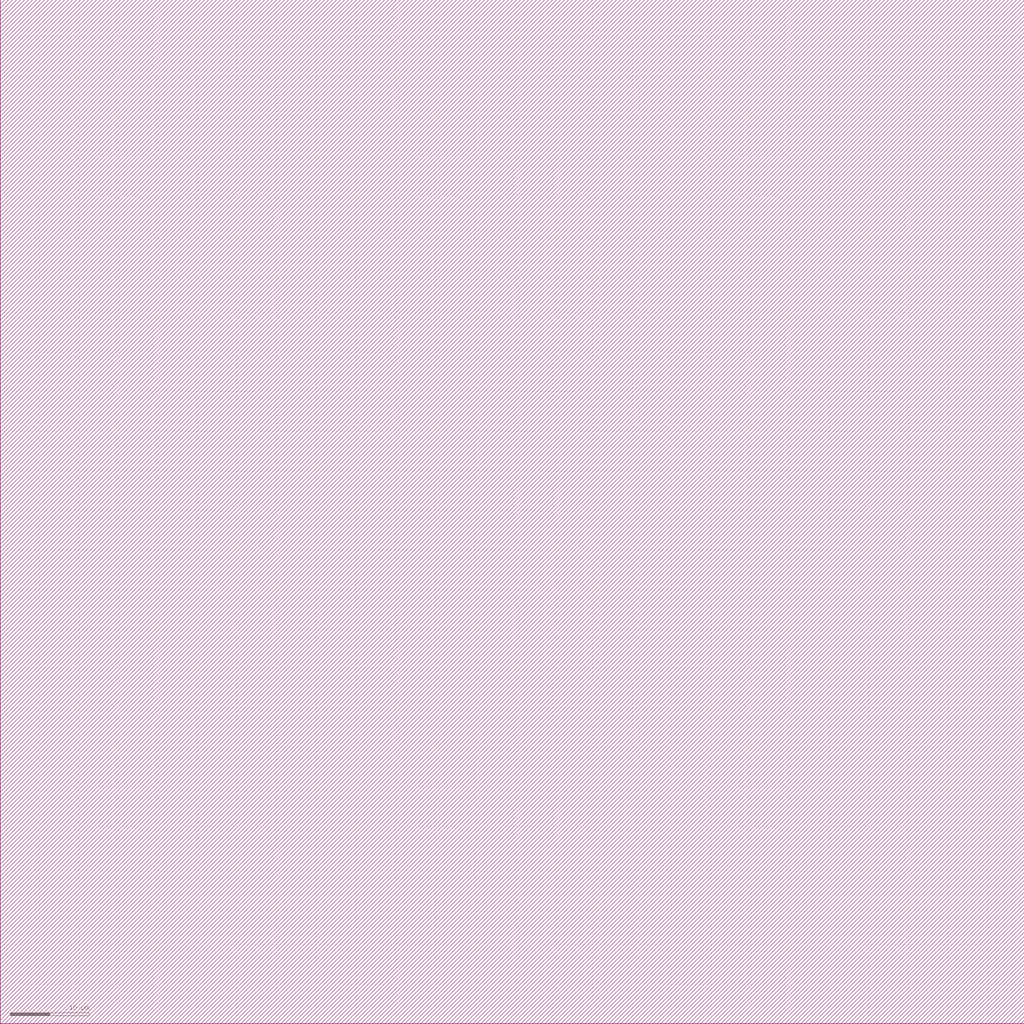
<source format=lef>
VERSION 5.6 ;

BUSBITCHARS "[]" ;

DIVIDERCHAR "/" ;

UNITS
    DATABASE MICRONS 1000 ;
END UNITS

MANUFACTURINGGRID 0.005000 ; 

CLEARANCEMEASURE EUCLIDEAN ; 

USEMINSPACING OBS ON ; 

SITE CoreSite
    CLASS CORE ;
    SIZE 0.600000 BY 0.300000 ;
END CoreSite

LAYER li
   TYPE ROUTING ;
   DIRECTION VERTICAL ;
   MINWIDTH 0.300000 ;
   AREA 0.056250 ;
   WIDTH 0.300000 ;
   SPACINGTABLE
      PARALLELRUNLENGTH 0.0
      WIDTH 0.0 0.225000 ;
   PITCH 0.600000 0.600000 ;
END li

LAYER mcon
    TYPE CUT ;
    SPACING 0.225000 ;
    WIDTH 0.300000 ;
    ENCLOSURE ABOVE 0.075000 0.075000 ;
    ENCLOSURE BELOW 0.000000 0.000000 ;
END mcon

LAYER met1
   TYPE ROUTING ;
   DIRECTION HORIZONTAL ;
   MINWIDTH 0.150000 ;
   AREA 0.084375 ;
   WIDTH 0.150000 ;
   SPACINGTABLE
      PARALLELRUNLENGTH 0.0
      WIDTH 0.0 0.150000 ;
   PITCH 0.300000 0.300000 ;
END met1

LAYER v1
    TYPE CUT ;
    SPACING 0.075000 ;
    WIDTH 0.300000 ;
    ENCLOSURE ABOVE 0.075000 0.075000 ;
    ENCLOSURE BELOW 0.075000 0.075000 ;
END v1

LAYER met2
   TYPE ROUTING ;
   DIRECTION VERTICAL ;
   MINWIDTH 0.150000 ;
   AREA 0.073125 ;
   WIDTH 0.150000 ;
   SPACINGTABLE
      PARALLELRUNLENGTH 0.0
      WIDTH 0.0 0.150000 ;
   PITCH 0.300000 0.300000 ;
END met2

LAYER v2
    TYPE CUT ;
    SPACING 0.150000 ;
    WIDTH 0.300000 ;
    ENCLOSURE ABOVE 0.075000 0.075000 ;
    ENCLOSURE BELOW 0.075000 0.000000 ;
END v2

LAYER met3
   TYPE ROUTING ;
   DIRECTION HORIZONTAL ;
   MINWIDTH 0.300000 ;
   AREA 0.241875 ;
   WIDTH 0.300000 ;
   SPACINGTABLE
      PARALLELRUNLENGTH 0.0
      WIDTH 0.0 0.300000 ;
   PITCH 0.600000 0.600000 ;
END met3

LAYER v3
    TYPE CUT ;
    SPACING 0.150000 ;
    WIDTH 0.450000 ;
    ENCLOSURE ABOVE 0.075000 0.075000 ;
    ENCLOSURE BELOW 0.075000 0.000000 ;
END v3

LAYER met4
   TYPE ROUTING ;
   DIRECTION VERTICAL ;
   MINWIDTH 0.300000 ;
   AREA 0.241875 ;
   WIDTH 0.300000 ;
   SPACINGTABLE
      PARALLELRUNLENGTH 0.0
      WIDTH 0.0 0.300000 ;
   PITCH 0.600000 0.600000 ;
END met4

LAYER v4
    TYPE CUT ;
    SPACING 0.450000 ;
    WIDTH 1.200000 ;
    ENCLOSURE ABOVE 0.150000 0.150000 ;
    ENCLOSURE BELOW 0.000000 0.000000 ;
END v4

LAYER met5
   TYPE ROUTING ;
   DIRECTION HORIZONTAL ;
   MINWIDTH 1.650000 ;
   AREA 4.005000 ;
   WIDTH 1.650000 ;
   SPACINGTABLE
      PARALLELRUNLENGTH 0.0
      WIDTH 0.0 1.650000 ;
   PITCH 3.300000 3.300000 ;
END met5

LAYER OVERLAP
   TYPE OVERLAP ;
END OVERLAP

VIA mcon_C DEFAULT
   LAYER li ;
     RECT -0.150000 -0.150000 0.150000 0.150000 ;
   LAYER mcon ;
     RECT -0.150000 -0.150000 0.150000 0.150000 ;
   LAYER met1 ;
     RECT -0.225000 -0.225000 0.225000 0.225000 ;
END mcon_C

VIA v1_C DEFAULT
   LAYER met1 ;
     RECT -0.225000 -0.225000 0.225000 0.225000 ;
   LAYER v1 ;
     RECT -0.150000 -0.150000 0.150000 0.150000 ;
   LAYER met2 ;
     RECT -0.225000 -0.225000 0.225000 0.225000 ;
END v1_C

VIA v2_C DEFAULT
   LAYER met2 ;
     RECT -0.150000 -0.225000 0.150000 0.225000 ;
   LAYER v2 ;
     RECT -0.150000 -0.150000 0.150000 0.150000 ;
   LAYER met3 ;
     RECT -0.225000 -0.225000 0.225000 0.225000 ;
END v2_C

VIA v2_Ch
   LAYER met2 ;
     RECT -0.225000 -0.150000 0.225000 0.150000 ;
   LAYER v2 ;
     RECT -0.150000 -0.150000 0.150000 0.150000 ;
   LAYER met3 ;
     RECT -0.225000 -0.225000 0.225000 0.225000 ;
END v2_Ch

VIA v2_Cv
   LAYER met2 ;
     RECT -0.150000 -0.225000 0.150000 0.225000 ;
   LAYER v2 ;
     RECT -0.150000 -0.150000 0.150000 0.150000 ;
   LAYER met3 ;
     RECT -0.225000 -0.225000 0.225000 0.225000 ;
END v2_Cv

VIA v3_C DEFAULT
   LAYER met3 ;
     RECT -0.300000 -0.225000 0.300000 0.225000 ;
   LAYER v3 ;
     RECT -0.225000 -0.225000 0.225000 0.225000 ;
   LAYER met4 ;
     RECT -0.300000 -0.300000 0.300000 0.300000 ;
END v3_C

VIA v3_Ch
   LAYER met3 ;
     RECT -0.300000 -0.225000 0.300000 0.225000 ;
   LAYER v3 ;
     RECT -0.225000 -0.225000 0.225000 0.225000 ;
   LAYER met4 ;
     RECT -0.300000 -0.300000 0.300000 0.300000 ;
END v3_Ch

VIA v3_Cv
   LAYER met3 ;
     RECT -0.300000 -0.225000 0.300000 0.225000 ;
   LAYER v3 ;
     RECT -0.225000 -0.225000 0.225000 0.225000 ;
   LAYER met4 ;
     RECT -0.300000 -0.300000 0.300000 0.300000 ;
END v3_Cv

VIA v4_C DEFAULT
   LAYER met4 ;
     RECT -0.600000 -0.600000 0.600000 0.600000 ;
   LAYER v4 ;
     RECT -0.600000 -0.600000 0.600000 0.600000 ;
   LAYER met5 ;
     RECT -0.750000 -0.750000 0.750000 0.750000 ;
END v4_C

MACRO _0_0std_0_0cells_0_0INVX1
    CLASS CORE ;
    FOREIGN _0_0std_0_0cells_0_0INVX1 0.000000 0.000000 ;
    ORIGIN 0.000000 0.000000 ;
    SIZE 2.400000 BY 2.700000 ;
    SYMMETRY X Y ;
    SITE CoreSite ;
    PIN A
        DIRECTION INPUT ;
        USE SIGNAL ;
        PORT
        LAYER li ;
        RECT 0.525000 2.325000 0.900000 2.400000 ;
        RECT 0.525000 2.100000 0.675000 2.325000 ;
        RECT 0.525000 2.025000 0.900000 2.100000 ;
        RECT 0.675000 2.100000 0.900000 2.325000 ;
        RECT 1.200000 1.050000 1.425000 1.275000 ;
        RECT 1.425000 1.050000 1.800000 1.275000 ;
        RECT 1.800000 1.050000 2.025000 1.275000 ;
        RECT 2.025000 1.050000 2.100000 1.275000 ;
        LAYER mcon ;
        RECT 0.675000 2.100000 0.900000 2.325000 ;
        RECT 1.200000 1.050000 1.425000 1.275000 ;
        LAYER met1 ;
        RECT 0.600000 2.325000 0.975000 2.400000 ;
        RECT 0.600000 2.100000 0.675000 2.325000 ;
        RECT 0.600000 2.025000 0.975000 2.100000 ;
        RECT 0.675000 2.100000 0.900000 2.325000 ;
        RECT 0.675000 1.275000 0.825000 2.025000 ;
        RECT 0.675000 1.125000 1.200000 1.275000 ;
        RECT 0.900000 2.100000 0.975000 2.325000 ;
        RECT 1.125000 1.050000 1.200000 1.125000 ;
        RECT 1.125000 0.975000 1.500000 1.050000 ;
        RECT 1.125000 1.275000 1.500000 1.350000 ;
        RECT 1.200000 1.050000 1.425000 1.275000 ;
        RECT 1.425000 1.050000 1.500000 1.275000 ;
        END
        ANTENNAGATEAREA 0.157500 ;
    END A
    PIN Y
        DIRECTION OUTPUT ;
        USE SIGNAL ;
        PORT
        LAYER li ;
        RECT 0.525000 0.525000 0.675000 0.675000 ;
        RECT 0.525000 0.300000 0.900000 0.525000 ;
        RECT 0.675000 1.725000 0.900000 1.800000 ;
        RECT 0.675000 1.500000 0.900000 1.725000 ;
        RECT 0.675000 0.750000 0.900000 1.500000 ;
        RECT 0.675000 0.525000 0.900000 0.750000 ;
        END
        ANTENNADIFFAREA 0.393750 ;
    END Y
    PIN Vdd
        DIRECTION INPUT ;
        USE POWER ;
        PORT
        LAYER li ;
        RECT 1.200000 2.325000 2.100000 2.400000 ;
        RECT 1.200000 2.100000 1.800000 2.325000 ;
        RECT 1.200000 1.950000 1.425000 2.100000 ;
        RECT 1.200000 1.725000 1.425000 1.950000 ;
        RECT 1.200000 1.650000 1.425000 1.725000 ;
        RECT 1.800000 2.100000 2.025000 2.325000 ;
        RECT 2.025000 2.100000 2.100000 2.325000 ;
        LAYER mcon ;
        RECT 1.800000 2.100000 2.025000 2.325000 ;
        LAYER met1 ;
        RECT 1.725000 2.325000 2.100000 2.400000 ;
        RECT 1.725000 2.100000 1.800000 2.325000 ;
        RECT 1.800000 2.100000 2.025000 2.325000 ;
        RECT 1.725000 2.025000 2.100000 2.100000 ;
        RECT 2.025000 2.100000 2.100000 2.325000 ;
        END
        ANTENNADIFFAREA 0.225000 ;
    END Vdd
    PIN GND
        DIRECTION INPUT ;
        USE GROUND ;
        PORT
        LAYER li ;
        RECT 1.200000 0.450000 1.425000 0.525000 ;
        RECT 1.200000 0.750000 1.425000 0.825000 ;
        RECT 1.200000 0.525000 1.425000 0.750000 ;
        RECT 1.725000 0.375000 1.800000 0.525000 ;
        RECT 1.725000 0.300000 2.100000 0.375000 ;
        RECT 1.425000 0.600000 2.100000 0.750000 ;
        RECT 1.425000 0.525000 1.800000 0.600000 ;
        RECT 1.800000 0.375000 2.025000 0.600000 ;
        RECT 2.025000 0.375000 2.100000 0.600000 ;
        LAYER mcon ;
        RECT 1.800000 0.375000 2.025000 0.600000 ;
        LAYER met1 ;
        RECT 1.725000 0.600000 2.100000 0.675000 ;
        RECT 1.725000 0.375000 1.800000 0.600000 ;
        RECT 1.725000 0.300000 2.100000 0.375000 ;
        RECT 1.800000 0.375000 2.025000 0.600000 ;
        RECT 2.025000 0.375000 2.100000 0.600000 ;
        END
        ANTENNADIFFAREA 0.168750 ;
    END GND
END _0_0std_0_0cells_0_0INVX1

MACRO _0_0std_0_0cells_0_0MUX2X1
    CLASS CORE ;
    FOREIGN _0_0std_0_0cells_0_0MUX2X1 0.000000 0.000000 ;
    ORIGIN 0.000000 0.000000 ;
    SIZE 6.000000 BY 3.600000 ;
    SYMMETRY X Y ;
    SITE CoreSite ;
    PIN A
        DIRECTION INPUT ;
        USE SIGNAL ;
        PORT
        LAYER li ;
        RECT 0.525000 3.150000 0.675000 3.375000 ;
        RECT 0.525000 3.000000 0.975000 3.150000 ;
        RECT 0.675000 3.150000 0.900000 3.375000 ;
        RECT 0.900000 3.150000 0.975000 3.375000 ;
        END
        ANTENNAGATEAREA 0.281250 ;
    END A
    PIN B
        DIRECTION INPUT ;
        USE SIGNAL ;
        PORT
        LAYER li ;
        RECT 2.775000 3.150000 2.850000 3.375000 ;
        RECT 2.850000 3.150000 3.075000 3.375000 ;
        RECT 3.000000 3.375000 3.300000 3.450000 ;
        RECT 3.075000 3.150000 3.375000 3.375000 ;
        RECT 3.000000 3.000000 3.375000 3.150000 ;
        END
        ANTENNAGATEAREA 0.168750 ;
    END B
    PIN S
        DIRECTION INPUT ;
        USE SIGNAL ;
        PORT
        LAYER li ;
        RECT 1.800000 3.375000 2.100000 3.450000 ;
        RECT 1.800000 3.150000 2.250000 3.375000 ;
        RECT 1.800000 3.000000 2.550000 3.150000 ;
        RECT 2.250000 3.150000 2.475000 3.375000 ;
        RECT 2.475000 3.150000 2.550000 3.375000 ;
        END
        ANTENNAGATEAREA 0.551250 ;
    END S
    PIN Y
        DIRECTION OUTPUT ;
        USE SIGNAL ;
        PORT
        LAYER li ;
        RECT 0.675000 1.350000 5.325000 1.575000 ;
        RECT 0.675000 1.125000 0.900000 1.350000 ;
        RECT 0.675000 0.900000 0.900000 1.125000 ;
        RECT 0.675000 0.825000 0.900000 0.900000 ;
        RECT 2.550000 1.575000 2.775000 1.800000 ;
        RECT 5.400000 0.300000 5.700000 0.450000 ;
        RECT 2.550000 2.025000 2.775000 2.100000 ;
        RECT 2.550000 1.800000 2.775000 2.025000 ;
        RECT 5.100000 0.750000 5.325000 1.350000 ;
        RECT 5.100000 0.525000 5.325000 0.750000 ;
        RECT 5.100000 0.450000 5.700000 0.525000 ;
        RECT 5.325000 0.525000 5.700000 0.750000 ;
        RECT 5.100000 1.575000 5.325000 1.800000 ;
        RECT 5.100000 2.025000 5.325000 2.100000 ;
        RECT 5.100000 1.800000 5.325000 2.025000 ;
        END
        ANTENNADIFFAREA 1.406250 ;
    END Y
    PIN Vdd
        DIRECTION INPUT ;
        USE POWER ;
        PORT
        LAYER li ;
        RECT 1.200000 2.550000 3.750000 2.775000 ;
        RECT 3.750000 2.550000 3.975000 2.775000 ;
        RECT 1.200000 2.025000 1.425000 2.250000 ;
        RECT 1.200000 1.950000 1.425000 2.025000 ;
        RECT 3.975000 2.550000 4.425000 2.775000 ;
        RECT 1.200000 2.250000 1.425000 2.550000 ;
        RECT 4.200000 3.225000 4.500000 3.300000 ;
        RECT 4.200000 3.000000 4.425000 3.225000 ;
        RECT 4.200000 2.775000 4.425000 3.000000 ;
        RECT 4.425000 3.000000 4.500000 3.225000 ;
        LAYER mcon ;
        RECT 4.200000 3.000000 4.425000 3.225000 ;
        LAYER met1 ;
        RECT 4.125000 3.225000 4.500000 3.450000 ;
        RECT 4.125000 3.000000 4.200000 3.225000 ;
        RECT 4.125000 2.925000 4.500000 3.000000 ;
        RECT 4.200000 3.000000 4.425000 3.225000 ;
        RECT 4.425000 3.000000 4.500000 3.225000 ;
        END
        ANTENNADIFFAREA 0.804375 ;
    END Vdd
    PIN GND
        DIRECTION INPUT ;
        USE GROUND ;
        PORT
        LAYER li ;
        RECT 1.650000 0.525000 1.725000 0.750000 ;
        RECT 1.650000 0.450000 3.075000 0.525000 ;
        RECT 1.725000 0.525000 1.950000 0.750000 ;
        RECT 1.950000 0.675000 2.025000 0.750000 ;
        RECT 1.950000 0.525000 3.225000 0.675000 ;
        RECT 3.000000 0.300000 3.075000 0.450000 ;
        RECT 3.225000 0.525000 3.450000 0.750000 ;
        RECT 3.075000 0.300000 3.300000 0.525000 ;
        RECT 3.150000 0.675000 3.225000 0.750000 ;
        RECT 3.450000 0.525000 3.525000 0.750000 ;
        RECT 3.300000 0.450000 3.525000 0.525000 ;
        LAYER mcon ;
        RECT 3.075000 0.300000 3.300000 0.525000 ;
        LAYER met1 ;
        RECT 3.000000 0.525000 3.375000 0.600000 ;
        RECT 3.000000 0.300000 3.075000 0.525000 ;
        RECT 3.000000 0.225000 3.375000 0.300000 ;
        RECT 3.075000 0.300000 3.300000 0.525000 ;
        RECT 3.300000 0.300000 3.375000 0.525000 ;
        END
        ANTENNADIFFAREA 0.630000 ;
    END GND
    OBS
        LAYER li ;
        RECT 0.600000 2.400000 0.975000 2.475000 ;
        RECT 0.600000 2.175000 0.675000 2.400000 ;
        RECT 0.600000 2.100000 0.975000 2.175000 ;
        RECT 0.675000 2.175000 0.900000 2.400000 ;
        RECT 0.900000 2.175000 0.975000 2.400000 ;
        RECT 1.650000 1.800000 1.725000 2.025000 ;
        RECT 1.725000 2.025000 1.950000 2.100000 ;
        RECT 1.725000 1.800000 1.950000 2.025000 ;
        RECT 1.950000 1.800000 2.025000 2.025000 ;
        RECT 2.475000 0.900000 2.550000 1.125000 ;
        RECT 2.550000 0.900000 2.775000 1.125000 ;
        RECT 2.775000 0.900000 2.850000 1.125000 ;
        RECT 3.750000 0.750000 3.975000 0.825000 ;
        RECT 3.750000 0.525000 3.975000 0.750000 ;
        RECT 3.750000 0.450000 3.975000 0.525000 ;
        RECT 3.975000 0.525000 4.575000 0.750000 ;
        RECT 4.575000 0.750000 4.800000 0.825000 ;
        RECT 4.575000 0.525000 4.800000 0.750000 ;
        RECT 4.575000 0.450000 4.800000 0.525000 ;
        RECT 4.050000 1.800000 4.275000 2.025000 ;
        RECT 4.275000 1.800000 4.575000 2.025000 ;
        RECT 4.575000 2.025000 4.800000 2.100000 ;
        RECT 4.575000 1.800000 4.800000 2.025000 ;
        RECT 4.800000 3.375000 5.025000 3.450000 ;
        RECT 4.800000 1.800000 4.875000 2.025000 ;
        RECT 4.800000 3.150000 5.025000 3.375000 ;
        RECT 4.800000 3.075000 5.025000 3.150000 ;
        LAYER met1 ;
        RECT 0.600000 2.400000 0.975000 2.475000 ;
        RECT 0.600000 2.175000 0.675000 2.400000 ;
        RECT 0.600000 2.100000 0.975000 2.175000 ;
        RECT 0.675000 2.175000 0.900000 2.400000 ;
        RECT 0.900000 2.250000 2.325000 2.400000 ;
        RECT 0.900000 2.175000 0.975000 2.250000 ;
        RECT 1.650000 2.025000 2.025000 2.100000 ;
        RECT 1.650000 1.800000 1.725000 2.025000 ;
        RECT 1.650000 1.725000 2.025000 1.800000 ;
        RECT 1.725000 1.800000 1.950000 2.025000 ;
        RECT 1.725000 1.575000 1.950000 1.725000 ;
        RECT 1.725000 1.425000 5.025000 1.575000 ;
        RECT 4.725000 3.375000 5.100000 3.450000 ;
        RECT 1.950000 1.800000 2.025000 2.025000 ;
        RECT 2.175000 1.725000 4.350000 1.800000 ;
        RECT 2.475000 1.200000 2.775000 1.425000 ;
        RECT 2.475000 1.125000 2.850000 1.200000 ;
        RECT 2.475000 0.900000 2.550000 1.125000 ;
        RECT 2.475000 0.825000 2.850000 0.900000 ;
        RECT 2.550000 0.900000 2.775000 1.125000 ;
        RECT 4.725000 3.150000 4.800000 3.375000 ;
        RECT 4.725000 3.075000 5.100000 3.150000 ;
        RECT 2.175000 1.875000 2.325000 2.250000 ;
        RECT 2.175000 1.800000 4.050000 1.875000 ;
        RECT 2.775000 0.900000 2.850000 1.125000 ;
        RECT 4.800000 3.150000 5.025000 3.375000 ;
        RECT 4.050000 1.800000 4.275000 2.025000 ;
        RECT 5.025000 3.150000 5.100000 3.375000 ;
        RECT 3.975000 2.025000 4.350000 2.100000 ;
        RECT 3.975000 1.875000 4.050000 2.025000 ;
        RECT 4.275000 1.800000 4.350000 2.025000 ;
        RECT 4.875000 1.575000 5.025000 3.075000 ;
    END
END _0_0std_0_0cells_0_0MUX2X1

MACRO _0_0std_0_0cells_0_0AND2X1
    CLASS CORE ;
    FOREIGN _0_0std_0_0cells_0_0AND2X1 0.000000 0.000000 ;
    ORIGIN 0.000000 0.000000 ;
    SIZE 3.000000 BY 4.200000 ;
    SYMMETRY X Y ;
    SITE CoreSite ;
    PIN A
        DIRECTION INPUT ;
        USE SIGNAL ;
        PORT
        LAYER li ;
        RECT 0.300000 3.525000 0.975000 3.600000 ;
        RECT 0.300000 3.300000 0.675000 3.525000 ;
        RECT 0.300000 3.225000 0.975000 3.300000 ;
        RECT 0.675000 3.300000 0.900000 3.525000 ;
        RECT 0.900000 3.300000 0.975000 3.525000 ;
        END
        ANTENNAGATEAREA 0.202500 ;
    END A
    PIN B
        DIRECTION INPUT ;
        USE SIGNAL ;
        PORT
        LAYER li ;
        RECT 1.725000 3.525000 2.100000 3.600000 ;
        RECT 1.725000 3.300000 1.800000 3.525000 ;
        RECT 1.725000 3.225000 2.100000 3.300000 ;
        RECT 1.800000 3.600000 2.100000 3.900000 ;
        RECT 1.800000 3.300000 2.025000 3.525000 ;
        RECT 2.025000 3.300000 2.100000 3.525000 ;
        END
        ANTENNAGATEAREA 0.202500 ;
    END B
    PIN Y
        DIRECTION OUTPUT ;
        USE SIGNAL ;
        PORT
        LAYER li ;
        RECT 2.250000 1.425000 2.700000 1.500000 ;
        RECT 2.250000 1.200000 2.325000 1.425000 ;
        RECT 2.325000 1.500000 2.700000 2.325000 ;
        RECT 2.325000 1.200000 2.625000 1.425000 ;
        RECT 2.625000 1.200000 2.700000 1.425000 ;
        RECT 2.325000 2.550000 2.700000 2.625000 ;
        RECT 2.400000 2.625000 2.700000 3.900000 ;
        RECT 2.325000 2.325000 2.625000 2.550000 ;
        RECT 2.625000 2.325000 2.700000 2.550000 ;
        END
        ANTENNADIFFAREA 0.472500 ;
    END Y
    PIN Vdd
        DIRECTION INPUT ;
        USE POWER ;
        PORT
        LAYER li ;
        RECT 0.600000 2.700000 2.100000 2.925000 ;
        RECT 0.600000 2.550000 0.975000 2.700000 ;
        RECT 0.600000 2.325000 0.675000 2.550000 ;
        RECT 0.600000 2.250000 0.975000 2.325000 ;
        RECT 1.200000 3.675000 1.425000 3.900000 ;
        RECT 0.675000 2.325000 0.900000 2.550000 ;
        RECT 1.425000 3.675000 1.500000 3.900000 ;
        RECT 0.900000 2.325000 0.975000 2.550000 ;
        RECT 1.200000 2.925000 1.500000 3.675000 ;
        RECT 1.725000 2.550000 2.100000 2.700000 ;
        RECT 1.725000 2.325000 1.800000 2.550000 ;
        RECT 1.725000 2.250000 2.100000 2.325000 ;
        RECT 1.800000 2.325000 2.025000 2.550000 ;
        RECT 2.025000 2.325000 2.100000 2.550000 ;
        LAYER mcon ;
        RECT 1.200000 3.675000 1.425000 3.900000 ;
        LAYER met1 ;
        RECT 1.125000 3.900000 1.500000 3.975000 ;
        RECT 1.125000 3.675000 1.200000 3.900000 ;
        RECT 1.125000 3.600000 1.500000 3.675000 ;
        RECT 1.200000 3.675000 1.425000 3.900000 ;
        RECT 1.425000 3.675000 1.500000 3.900000 ;
        END
        ANTENNADIFFAREA 0.495000 ;
    END Vdd
    PIN GND
        DIRECTION INPUT ;
        USE GROUND ;
        PORT
        LAYER li ;
        RECT 0.600000 0.375000 0.675000 0.600000 ;
        RECT 0.600000 0.300000 2.025000 0.375000 ;
        RECT 0.675000 0.375000 0.900000 0.600000 ;
        RECT 1.725000 1.125000 1.800000 1.350000 ;
        RECT 0.900000 0.375000 2.025000 0.525000 ;
        RECT 1.800000 1.125000 2.025000 1.350000 ;
        RECT 1.725000 1.050000 2.025000 1.125000 ;
        RECT 1.800000 0.525000 2.025000 1.050000 ;
        RECT 1.725000 1.350000 2.025000 1.425000 ;
        LAYER mcon ;
        RECT 0.675000 0.375000 0.900000 0.600000 ;
        LAYER met1 ;
        RECT 0.600000 0.600000 0.975000 0.675000 ;
        RECT 0.600000 0.375000 0.675000 0.600000 ;
        RECT 0.600000 0.300000 0.975000 0.375000 ;
        RECT 0.675000 0.375000 0.900000 0.600000 ;
        RECT 0.900000 0.375000 0.975000 0.600000 ;
        END
        ANTENNADIFFAREA 0.258750 ;
    END GND
    OBS
        LAYER li ;
        RECT 0.600000 1.725000 1.500000 1.950000 ;
        RECT 0.600000 1.650000 1.800000 1.725000 ;
        RECT 0.600000 1.425000 0.975000 1.650000 ;
        RECT 0.600000 1.200000 0.675000 1.425000 ;
        RECT 0.600000 1.125000 0.975000 1.200000 ;
        RECT 1.500000 1.725000 1.725000 1.950000 ;
        RECT 0.675000 1.200000 0.900000 1.425000 ;
        RECT 1.725000 1.725000 1.800000 1.950000 ;
        RECT 0.900000 1.200000 0.975000 1.425000 ;
        RECT 2.325000 0.300000 2.700000 0.375000 ;
        RECT 1.200000 2.175000 1.275000 2.400000 ;
        RECT 1.200000 2.025000 1.500000 2.175000 ;
        RECT 1.200000 1.950000 1.800000 2.025000 ;
        RECT 1.200000 2.400000 1.500000 2.475000 ;
        RECT 1.275000 2.175000 1.500000 2.400000 ;
        RECT 2.325000 0.375000 2.400000 0.600000 ;
        RECT 2.400000 0.375000 2.625000 0.600000 ;
        RECT 2.325000 0.900000 2.700000 0.975000 ;
        RECT 2.325000 0.675000 2.400000 0.900000 ;
        RECT 2.325000 0.600000 2.700000 0.675000 ;
        RECT 2.625000 0.375000 2.700000 0.600000 ;
        RECT 2.400000 0.675000 2.625000 0.900000 ;
        RECT 2.625000 0.675000 2.700000 0.900000 ;
        LAYER met1 ;
        RECT 1.425000 1.950000 2.700000 2.025000 ;
        RECT 1.425000 1.725000 1.500000 1.950000 ;
        RECT 1.425000 1.650000 2.700000 1.725000 ;
        RECT 1.500000 1.725000 1.725000 1.950000 ;
        RECT 1.725000 1.725000 2.700000 1.950000 ;
        RECT 2.325000 0.900000 2.700000 1.650000 ;
        RECT 2.325000 0.675000 2.400000 0.900000 ;
        RECT 2.325000 0.600000 2.700000 0.675000 ;
        RECT 2.400000 0.675000 2.625000 0.900000 ;
        RECT 2.625000 0.675000 2.700000 0.900000 ;
    END
END _0_0std_0_0cells_0_0AND2X1

MACRO _0_0cell_0_0gcelem2x0
    CLASS CORE ;
    FOREIGN _0_0cell_0_0gcelem2x0 0.000000 0.000000 ;
    ORIGIN 0.000000 0.000000 ;
    SIZE 6.600000 BY 3.600000 ;
    SYMMETRY X Y ;
    SITE CoreSite ;
    PIN in_50_6
        DIRECTION INPUT ;
        USE SIGNAL ;
        PORT
        LAYER li ;
        RECT 0.600000 2.775000 0.675000 3.000000 ;
        RECT 0.600000 2.700000 0.900000 2.775000 ;
        RECT 0.675000 3.000000 0.900000 3.075000 ;
        RECT 0.675000 2.775000 0.900000 3.000000 ;
        END
        ANTENNAGATEAREA 0.213750 ;
    END in_50_6
    PIN in_51_6
        DIRECTION INPUT ;
        USE SIGNAL ;
        PORT
        LAYER li ;
        RECT 2.400000 2.925000 2.700000 3.000000 ;
        RECT 2.400000 2.700000 2.775000 2.925000 ;
        RECT 2.775000 2.700000 3.000000 2.925000 ;
        RECT 3.000000 2.700000 3.075000 2.925000 ;
        END
        ANTENNAGATEAREA 0.213750 ;
    END in_51_6
    PIN out
        DIRECTION OUTPUT ;
        USE SIGNAL ;
        PORT
        LAYER li ;
        RECT 0.600000 0.375000 0.675000 0.600000 ;
        RECT 0.600000 0.300000 0.900000 0.375000 ;
        RECT 0.675000 0.375000 0.900000 0.600000 ;
        RECT 3.600000 0.750000 3.825000 0.900000 ;
        RECT 3.600000 0.525000 3.825000 0.750000 ;
        RECT 3.525000 1.800000 3.600000 2.025000 ;
        RECT 5.850000 0.375000 6.075000 0.600000 ;
        RECT 3.600000 1.800000 3.825000 2.025000 ;
        RECT 3.600000 1.125000 3.825000 1.800000 ;
        RECT 3.600000 0.900000 3.825000 1.125000 ;
        RECT 5.850000 0.600000 6.075000 1.350000 ;
        RECT 3.825000 1.800000 3.900000 2.025000 ;
        RECT 5.850000 1.575000 6.075000 1.650000 ;
        RECT 5.850000 1.350000 6.075000 1.575000 ;
        LAYER mcon ;
        RECT 0.675000 0.375000 0.900000 0.600000 ;
        RECT 3.600000 0.525000 3.825000 0.750000 ;
        RECT 5.850000 0.375000 6.075000 0.600000 ;
        LAYER met1 ;
        RECT 0.600000 0.600000 3.600000 0.675000 ;
        RECT 0.600000 0.375000 0.675000 0.600000 ;
        RECT 0.600000 0.300000 0.975000 0.375000 ;
        RECT 0.675000 0.375000 0.900000 0.600000 ;
        RECT 0.900000 0.525000 3.600000 0.600000 ;
        RECT 0.900000 0.375000 0.975000 0.525000 ;
        RECT 3.600000 0.525000 3.825000 0.750000 ;
        RECT 3.525000 0.450000 3.900000 0.525000 ;
        RECT 3.525000 0.750000 3.900000 0.825000 ;
        RECT 3.525000 0.675000 3.600000 0.750000 ;
        RECT 3.825000 0.675000 3.900000 0.750000 ;
        RECT 3.825000 0.600000 6.150000 0.675000 ;
        RECT 3.825000 0.525000 5.850000 0.600000 ;
        RECT 5.775000 0.375000 5.850000 0.525000 ;
        RECT 5.775000 0.300000 6.150000 0.375000 ;
        RECT 5.850000 0.375000 6.075000 0.600000 ;
        RECT 6.075000 0.375000 6.150000 0.600000 ;
        END
        ANTENNAGATEAREA 0.360000 ;
        ANTENNADIFFAREA 0.630000 ;
    END out
    PIN Vdd
        DIRECTION INPUT ;
        USE POWER ;
        PORT
        LAYER li ;
        RECT 0.600000 1.800000 0.675000 2.025000 ;
        RECT 0.675000 1.800000 0.900000 2.025000 ;
        RECT 0.675000 1.650000 0.975000 1.800000 ;
        RECT 0.675000 1.425000 1.800000 1.650000 ;
        RECT 0.900000 1.800000 0.975000 2.025000 ;
        RECT 1.575000 0.450000 1.800000 1.425000 ;
        RECT 1.575000 0.225000 1.800000 0.450000 ;
        RECT 1.575000 0.150000 1.800000 0.225000 ;
        RECT 4.500000 1.800000 4.575000 2.025000 ;
        RECT 4.575000 1.800000 4.800000 2.025000 ;
        RECT 4.800000 1.800000 4.875000 2.025000 ;
        RECT 4.200000 2.925000 4.500000 3.000000 ;
        RECT 4.200000 2.700000 4.275000 2.925000 ;
        RECT 4.275000 2.700000 4.500000 2.925000 ;
        LAYER mcon ;
        RECT 0.675000 1.800000 0.900000 2.025000 ;
        RECT 4.275000 2.700000 4.500000 2.925000 ;
        RECT 4.575000 1.800000 4.800000 2.025000 ;
        LAYER met1 ;
        RECT 0.600000 2.025000 0.975000 2.100000 ;
        RECT 0.600000 1.800000 0.675000 2.025000 ;
        RECT 0.600000 1.725000 0.975000 1.800000 ;
        RECT 0.675000 1.800000 0.900000 2.025000 ;
        RECT 0.900000 1.800000 4.575000 2.025000 ;
        RECT 4.200000 2.925000 4.575000 3.000000 ;
        RECT 4.200000 2.700000 4.275000 2.925000 ;
        RECT 4.575000 1.800000 4.800000 2.025000 ;
        RECT 4.275000 2.700000 4.500000 2.925000 ;
        RECT 4.800000 1.800000 4.875000 2.025000 ;
        RECT 4.500000 2.700000 4.575000 2.925000 ;
        RECT 4.200000 2.625000 4.575000 2.700000 ;
        RECT 4.275000 2.100000 4.425000 2.625000 ;
        RECT 4.275000 2.025000 4.875000 2.100000 ;
        RECT 4.500000 1.725000 4.875000 1.800000 ;
        END
        ANTENNAGATEAREA 0.945000 ;
        ANTENNADIFFAREA 0.472500 ;
    END Vdd
    PIN GND
        DIRECTION INPUT ;
        USE GROUND ;
        PORT
        LAYER li ;
        RECT 0.600000 0.900000 0.675000 1.125000 ;
        RECT 0.600000 0.825000 0.975000 0.900000 ;
        RECT 0.675000 1.125000 0.900000 1.200000 ;
        RECT 0.675000 0.900000 0.900000 1.125000 ;
        RECT 0.900000 0.900000 0.975000 1.125000 ;
        RECT 1.200000 2.700000 1.575000 2.775000 ;
        RECT 1.200000 2.475000 1.275000 2.700000 ;
        RECT 1.200000 2.400000 1.575000 2.475000 ;
        RECT 1.275000 2.475000 1.500000 2.700000 ;
        RECT 1.500000 2.475000 1.575000 2.700000 ;
        RECT 4.500000 1.125000 4.875000 1.200000 ;
        RECT 4.500000 0.900000 4.575000 1.125000 ;
        RECT 4.575000 0.900000 4.800000 1.125000 ;
        RECT 4.800000 0.900000 4.875000 1.125000 ;
        RECT 5.925000 2.625000 6.300000 3.000000 ;
        RECT 5.925000 2.400000 6.000000 2.625000 ;
        RECT 6.000000 2.400000 6.225000 2.625000 ;
        RECT 6.225000 2.400000 6.300000 2.625000 ;
        LAYER mcon ;
        RECT 0.675000 0.900000 0.900000 1.125000 ;
        RECT 1.275000 2.475000 1.500000 2.700000 ;
        RECT 4.575000 0.900000 4.800000 1.125000 ;
        RECT 6.000000 2.400000 6.225000 2.625000 ;
        LAYER met1 ;
        RECT 0.300000 2.250000 1.350000 2.400000 ;
        RECT 0.300000 1.125000 0.450000 2.250000 ;
        RECT 0.300000 0.975000 0.675000 1.125000 ;
        RECT 0.600000 0.900000 0.675000 0.975000 ;
        RECT 0.600000 0.825000 0.975000 0.900000 ;
        RECT 0.600000 1.125000 4.875000 1.200000 ;
        RECT 0.675000 0.900000 0.900000 1.125000 ;
        RECT 1.200000 2.700000 1.575000 2.775000 ;
        RECT 1.200000 2.475000 1.275000 2.700000 ;
        RECT 1.200000 2.400000 1.575000 2.475000 ;
        RECT 0.900000 1.050000 4.575000 1.125000 ;
        RECT 0.900000 0.900000 0.975000 1.050000 ;
        RECT 1.275000 2.475000 1.500000 2.700000 ;
        RECT 6.000000 1.125000 6.225000 2.325000 ;
        RECT 1.500000 2.475000 1.575000 2.700000 ;
        RECT 4.500000 0.900000 4.575000 1.050000 ;
        RECT 4.500000 0.825000 4.875000 0.900000 ;
        RECT 5.925000 2.625000 6.300000 3.000000 ;
        RECT 4.575000 0.900000 4.800000 1.125000 ;
        RECT 5.925000 2.400000 6.000000 2.625000 ;
        RECT 5.925000 2.325000 6.300000 2.400000 ;
        RECT 4.800000 0.900000 6.225000 1.125000 ;
        RECT 6.000000 2.400000 6.225000 2.625000 ;
        RECT 6.225000 2.400000 6.300000 2.625000 ;
        END
        ANTENNAGATEAREA 0.472500 ;
        ANTENNADIFFAREA 0.382500 ;
    END GND
    OBS
        LAYER li ;
        RECT 1.950000 2.250000 5.475000 2.475000 ;
        RECT 1.800000 2.850000 2.175000 2.925000 ;
        RECT 1.800000 2.625000 1.875000 2.850000 ;
        RECT 1.800000 2.550000 2.175000 2.625000 ;
        RECT 1.875000 2.625000 2.100000 2.850000 ;
        RECT 2.100000 2.625000 2.175000 2.850000 ;
        RECT 1.950000 2.475000 2.175000 2.550000 ;
        RECT 5.175000 1.725000 5.550000 1.800000 ;
        RECT 5.175000 1.125000 5.550000 1.200000 ;
        RECT 5.250000 1.200000 5.475000 1.725000 ;
        RECT 5.175000 2.100000 5.475000 2.250000 ;
        RECT 5.175000 2.025000 5.550000 2.100000 ;
        RECT 5.175000 1.800000 5.250000 2.025000 ;
        RECT 5.175000 0.900000 5.250000 1.125000 ;
        RECT 5.250000 1.800000 5.475000 2.025000 ;
        RECT 5.250000 0.900000 5.475000 1.125000 ;
        RECT 5.475000 1.800000 5.550000 2.025000 ;
        RECT 5.475000 0.900000 5.550000 1.125000 ;
    END
END _0_0cell_0_0gcelem2x0

MACRO _0_0cell_0_0ginvx0
    CLASS CORE ;
    FOREIGN _0_0cell_0_0ginvx0 0.000000 0.000000 ;
    ORIGIN 0.000000 0.000000 ;
    SIZE 2.400000 BY 2.700000 ;
    SYMMETRY X Y ;
    SITE CoreSite ;
    PIN in_50_6
        DIRECTION INPUT ;
        USE SIGNAL ;
        PORT
        LAYER li ;
        RECT 0.525000 2.325000 0.900000 2.400000 ;
        RECT 0.525000 2.100000 0.675000 2.325000 ;
        RECT 0.675000 2.100000 0.900000 2.325000 ;
        RECT 1.200000 1.125000 1.425000 1.350000 ;
        RECT 1.425000 1.125000 1.800000 1.350000 ;
        RECT 1.725000 1.350000 2.100000 1.425000 ;
        RECT 1.800000 1.125000 2.025000 1.350000 ;
        RECT 1.725000 1.050000 2.100000 1.125000 ;
        RECT 2.025000 1.125000 2.100000 1.350000 ;
        LAYER mcon ;
        RECT 0.675000 2.100000 0.900000 2.325000 ;
        RECT 1.200000 1.125000 1.425000 1.350000 ;
        LAYER met1 ;
        RECT 0.600000 2.325000 0.975000 2.400000 ;
        RECT 0.600000 2.100000 0.675000 2.325000 ;
        RECT 0.600000 2.025000 0.975000 2.100000 ;
        RECT 0.675000 2.100000 0.900000 2.325000 ;
        RECT 0.675000 1.350000 0.900000 2.025000 ;
        RECT 0.675000 1.125000 1.200000 1.350000 ;
        RECT 0.900000 2.100000 0.975000 2.325000 ;
        RECT 1.200000 1.125000 1.425000 1.350000 ;
        RECT 1.125000 1.050000 1.500000 1.125000 ;
        RECT 1.125000 1.350000 1.500000 1.425000 ;
        RECT 1.425000 1.125000 1.500000 1.350000 ;
        END
        ANTENNAGATEAREA 0.135000 ;
    END in_50_6
    PIN out
        DIRECTION OUTPUT ;
        USE SIGNAL ;
        PORT
        LAYER li ;
        RECT 0.525000 0.300000 0.900000 0.600000 ;
        RECT 0.675000 1.725000 0.900000 1.800000 ;
        RECT 0.675000 1.500000 0.900000 1.725000 ;
        RECT 0.675000 0.825000 0.900000 1.500000 ;
        RECT 0.675000 0.600000 0.900000 0.825000 ;
        END
        ANTENNADIFFAREA 0.337500 ;
    END out
    PIN Vdd
        DIRECTION INPUT ;
        USE POWER ;
        PORT
        LAYER li ;
        RECT 1.125000 1.575000 1.200000 1.800000 ;
        RECT 1.200000 2.100000 1.650000 2.325000 ;
        RECT 1.200000 1.800000 1.425000 2.100000 ;
        RECT 1.200000 1.575000 1.425000 1.800000 ;
        RECT 1.650000 2.100000 1.875000 2.325000 ;
        RECT 1.425000 1.575000 1.500000 1.800000 ;
        LAYER mcon ;
        RECT 1.650000 2.100000 1.875000 2.325000 ;
        LAYER met1 ;
        RECT 1.575000 2.325000 1.950000 2.400000 ;
        RECT 1.575000 2.100000 1.650000 2.325000 ;
        RECT 1.650000 2.100000 1.875000 2.325000 ;
        RECT 1.575000 2.025000 1.950000 2.100000 ;
        RECT 1.875000 2.100000 1.950000 2.325000 ;
        END
        ANTENNADIFFAREA 0.168750 ;
    END Vdd
    PIN GND
        DIRECTION INPUT ;
        USE GROUND ;
        PORT
        LAYER li ;
        RECT 1.800000 0.375000 2.025000 0.600000 ;
        RECT 1.800000 0.300000 2.100000 0.375000 ;
        RECT 1.125000 0.600000 1.200000 0.825000 ;
        RECT 2.025000 0.375000 2.100000 0.600000 ;
        RECT 1.200000 0.600000 1.425000 0.825000 ;
        RECT 1.425000 0.600000 2.100000 0.825000 ;
        LAYER mcon ;
        RECT 1.800000 0.375000 2.025000 0.600000 ;
        LAYER met1 ;
        RECT 1.725000 0.600000 2.100000 0.675000 ;
        RECT 1.725000 0.375000 1.800000 0.600000 ;
        RECT 1.725000 0.300000 2.100000 0.375000 ;
        RECT 1.800000 0.375000 2.025000 0.600000 ;
        RECT 2.025000 0.375000 2.100000 0.600000 ;
        END
        ANTENNADIFFAREA 0.168750 ;
    END GND
END _0_0cell_0_0ginvx0

MACRO _0_0std_0_0cells_0_0NOR2X1
    CLASS CORE ;
    FOREIGN _0_0std_0_0cells_0_0NOR2X1 0.000000 0.000000 ;
    ORIGIN 0.000000 0.000000 ;
    SIZE 3.000000 BY 3.600000 ;
    SYMMETRY X Y ;
    SITE CoreSite ;
    PIN A
        DIRECTION INPUT ;
        USE SIGNAL ;
        PORT
        LAYER li ;
        RECT 1.200000 3.300000 1.500000 3.375000 ;
        RECT 1.200000 3.075000 1.425000 3.300000 ;
        RECT 1.200000 2.700000 1.500000 3.075000 ;
        RECT 1.425000 3.075000 1.500000 3.300000 ;
        END
        ANTENNAGATEAREA 0.236250 ;
    END A
    PIN B
        DIRECTION INPUT ;
        USE SIGNAL ;
        PORT
        LAYER li ;
        RECT 2.325000 2.700000 2.700000 2.925000 ;
        RECT 2.325000 2.550000 2.550000 2.700000 ;
        RECT 2.325000 2.325000 2.550000 2.550000 ;
        RECT 2.325000 2.250000 2.550000 2.325000 ;
        RECT 2.400000 2.925000 2.700000 3.375000 ;
        END
        ANTENNAGATEAREA 0.236250 ;
    END B
    PIN Y
        DIRECTION OUTPUT ;
        USE SIGNAL ;
        PORT
        LAYER li ;
        RECT 0.600000 0.525000 0.675000 0.600000 ;
        RECT 0.600000 0.300000 0.900000 0.525000 ;
        RECT 0.675000 0.975000 1.950000 1.200000 ;
        RECT 0.675000 0.750000 0.900000 0.975000 ;
        RECT 0.675000 0.525000 0.900000 0.750000 ;
        RECT 1.725000 0.450000 1.950000 0.525000 ;
        RECT 1.725000 1.725000 1.950000 1.800000 ;
        RECT 1.725000 1.500000 1.950000 1.725000 ;
        RECT 1.725000 1.200000 1.950000 1.500000 ;
        RECT 1.725000 0.750000 1.950000 0.975000 ;
        RECT 1.725000 0.525000 1.950000 0.750000 ;
        END
        ANTENNADIFFAREA 0.759375 ;
    END Y
    PIN Vdd
        DIRECTION INPUT ;
        USE POWER ;
        PORT
        LAYER li ;
        RECT 0.600000 2.925000 0.900000 3.300000 ;
        RECT 0.600000 2.700000 0.675000 2.925000 ;
        RECT 0.675000 2.700000 0.900000 2.925000 ;
        RECT 0.675000 2.475000 0.900000 2.700000 ;
        RECT 0.675000 2.250000 0.900000 2.475000 ;
        RECT 0.675000 2.175000 0.900000 2.250000 ;
        LAYER mcon ;
        RECT 0.675000 2.700000 0.900000 2.925000 ;
        LAYER met1 ;
        RECT 0.600000 3.000000 0.900000 3.300000 ;
        RECT 0.600000 2.925000 0.975000 3.000000 ;
        RECT 0.600000 2.700000 0.675000 2.925000 ;
        RECT 0.600000 2.625000 0.975000 2.700000 ;
        RECT 0.675000 2.700000 0.900000 2.925000 ;
        RECT 0.900000 2.700000 0.975000 2.925000 ;
        END
        ANTENNADIFFAREA 0.421875 ;
    END Vdd
    PIN GND
        DIRECTION INPUT ;
        USE GROUND ;
        PORT
        LAYER li ;
        RECT 1.125000 0.525000 1.200000 0.750000 ;
        RECT 2.400000 0.375000 2.625000 0.600000 ;
        RECT 2.400000 0.300000 2.700000 0.375000 ;
        RECT 1.200000 0.525000 1.425000 0.750000 ;
        RECT 2.625000 0.375000 2.700000 0.600000 ;
        RECT 1.425000 0.525000 1.500000 0.750000 ;
        LAYER mcon ;
        RECT 1.200000 0.525000 1.425000 0.750000 ;
        RECT 2.400000 0.375000 2.625000 0.600000 ;
        LAYER met1 ;
        RECT 1.125000 0.750000 1.500000 0.825000 ;
        RECT 1.125000 0.525000 1.200000 0.750000 ;
        RECT 1.125000 0.450000 1.500000 0.525000 ;
        RECT 1.200000 0.525000 1.425000 0.750000 ;
        RECT 1.425000 0.675000 2.550000 0.750000 ;
        RECT 1.425000 0.600000 2.700000 0.675000 ;
        RECT 1.425000 0.525000 1.500000 0.600000 ;
        RECT 2.325000 0.375000 2.400000 0.600000 ;
        RECT 2.325000 0.300000 2.700000 0.375000 ;
        RECT 2.400000 0.375000 2.625000 0.600000 ;
        RECT 2.625000 0.375000 2.700000 0.600000 ;
        END
        ANTENNADIFFAREA 0.168750 ;
    END GND
END _0_0std_0_0cells_0_0NOR2X1

MACRO _0_0cell_0_0gcelem3x0
    CLASS CORE ;
    FOREIGN _0_0cell_0_0gcelem3x0 0.000000 0.000000 ;
    ORIGIN 0.000000 0.000000 ;
    SIZE 6.600000 BY 4.500000 ;
    SYMMETRY X Y ;
    SITE CoreSite ;
    PIN in_50_6
        DIRECTION INPUT ;
        USE SIGNAL ;
        PORT
        LAYER li ;
        RECT 0.600000 4.125000 0.900000 4.200000 ;
        RECT 0.600000 3.900000 0.675000 4.125000 ;
        RECT 0.675000 3.900000 0.900000 4.125000 ;
        RECT 2.775000 0.450000 3.000000 0.525000 ;
        RECT 2.775000 0.225000 3.000000 0.450000 ;
        RECT 2.775000 0.150000 3.000000 0.225000 ;
        RECT 2.250000 3.450000 2.475000 3.675000 ;
        RECT 2.250000 1.575000 2.475000 3.450000 ;
        RECT 2.250000 1.350000 2.625000 1.575000 ;
        RECT 2.625000 1.350000 2.850000 1.575000 ;
        RECT 2.850000 1.350000 2.925000 1.575000 ;
        LAYER mcon ;
        RECT 0.675000 3.900000 0.900000 4.125000 ;
        RECT 2.250000 3.450000 2.475000 3.675000 ;
        RECT 2.625000 1.350000 2.850000 1.575000 ;
        RECT 2.775000 0.225000 3.000000 0.450000 ;
        LAYER met1 ;
        RECT 0.600000 4.125000 0.975000 4.200000 ;
        RECT 0.600000 3.900000 0.675000 4.125000 ;
        RECT 0.600000 3.825000 0.975000 3.900000 ;
        RECT 0.675000 3.900000 0.900000 4.125000 ;
        RECT 0.900000 3.900000 0.975000 4.125000 ;
        RECT 0.750000 3.750000 0.975000 3.825000 ;
        RECT 0.750000 3.675000 2.550000 3.750000 ;
        RECT 0.750000 3.600000 2.250000 3.675000 ;
        RECT 2.175000 3.450000 2.250000 3.600000 ;
        RECT 2.175000 3.375000 2.550000 3.450000 ;
        RECT 2.250000 3.450000 2.475000 3.675000 ;
        RECT 2.475000 3.450000 2.550000 3.675000 ;
        RECT 2.700000 0.525000 2.850000 1.275000 ;
        RECT 2.700000 0.450000 3.075000 0.525000 ;
        RECT 2.700000 0.225000 2.775000 0.450000 ;
        RECT 2.700000 0.150000 3.075000 0.225000 ;
        RECT 2.775000 0.225000 3.000000 0.450000 ;
        RECT 3.000000 0.225000 3.075000 0.450000 ;
        RECT 2.550000 1.575000 2.925000 1.650000 ;
        RECT 2.550000 1.350000 2.625000 1.575000 ;
        RECT 2.550000 1.275000 2.925000 1.350000 ;
        RECT 2.625000 1.350000 2.850000 1.575000 ;
        RECT 2.850000 1.350000 2.925000 1.575000 ;
        END
        ANTENNAGATEAREA 0.371250 ;
    END in_50_6
    PIN in_51_6
        DIRECTION INPUT ;
        USE SIGNAL ;
        PORT
        LAYER li ;
        RECT 1.725000 4.200000 2.175000 4.350000 ;
        RECT 1.725000 3.975000 1.875000 4.200000 ;
        RECT 1.725000 3.900000 2.175000 3.975000 ;
        RECT 1.875000 3.975000 2.100000 4.200000 ;
        RECT 2.100000 3.975000 2.175000 4.200000 ;
        END
        ANTENNAGATEAREA 0.371250 ;
    END in_51_6
    PIN in_52_6
        DIRECTION INPUT ;
        USE SIGNAL ;
        PORT
        LAYER li ;
        RECT 3.000000 3.900000 3.675000 3.975000 ;
        RECT 3.000000 3.675000 3.075000 3.900000 ;
        RECT 3.075000 3.675000 3.300000 3.900000 ;
        RECT 3.300000 3.975000 3.675000 4.350000 ;
        RECT 3.300000 3.675000 3.675000 3.900000 ;
        END
        ANTENNAGATEAREA 0.371250 ;
    END in_52_6
    PIN out
        DIRECTION OUTPUT ;
        USE SIGNAL ;
        PORT
        LAYER li ;
        RECT 0.600000 0.750000 0.675000 0.975000 ;
        RECT 0.600000 0.600000 0.900000 0.750000 ;
        RECT 0.675000 0.750000 0.900000 0.975000 ;
        RECT 2.250000 0.750000 2.475000 0.975000 ;
        RECT 2.475000 0.750000 3.675000 0.975000 ;
        RECT 3.675000 0.750000 3.900000 0.975000 ;
        RECT 3.600000 0.975000 3.825000 2.400000 ;
        RECT 3.900000 0.825000 5.475000 0.975000 ;
        RECT 3.900000 0.750000 5.700000 0.825000 ;
        RECT 5.475000 0.825000 5.700000 1.050000 ;
        RECT 5.475000 1.050000 5.700000 1.125000 ;
        RECT 3.600000 2.625000 3.825000 2.700000 ;
        RECT 3.600000 2.400000 3.825000 2.625000 ;
        LAYER mcon ;
        RECT 0.675000 0.750000 0.900000 0.975000 ;
        RECT 2.250000 0.750000 2.475000 0.975000 ;
        LAYER met1 ;
        RECT 0.600000 0.975000 0.975000 1.050000 ;
        RECT 0.600000 0.750000 0.675000 0.975000 ;
        RECT 0.600000 0.675000 2.550000 0.750000 ;
        RECT 0.675000 0.750000 0.900000 0.975000 ;
        RECT 0.900000 0.825000 0.975000 0.975000 ;
        RECT 0.900000 0.750000 2.250000 0.825000 ;
        RECT 2.250000 0.750000 2.475000 0.975000 ;
        RECT 2.475000 0.750000 2.550000 0.975000 ;
        RECT 2.175000 0.975000 2.550000 1.050000 ;
        RECT 2.175000 0.825000 2.250000 0.975000 ;
        END
        ANTENNAGATEAREA 0.360000 ;
        ANTENNADIFFAREA 0.995625 ;
    END out
    PIN Vdd
        DIRECTION INPUT ;
        USE POWER ;
        PORT
        LAYER li ;
        RECT 0.600000 2.475000 0.675000 2.700000 ;
        RECT 0.675000 2.475000 0.900000 2.700000 ;
        RECT 0.900000 2.475000 0.975000 2.700000 ;
        RECT 1.200000 1.050000 1.875000 1.125000 ;
        RECT 1.200000 0.825000 1.425000 1.050000 ;
        RECT 1.200000 0.750000 1.425000 0.825000 ;
        RECT 1.425000 0.900000 1.875000 1.050000 ;
        RECT 1.650000 1.125000 1.875000 1.950000 ;
        RECT 1.650000 1.950000 1.875000 2.175000 ;
        RECT 4.200000 4.125000 4.500000 4.200000 ;
        RECT 4.200000 3.900000 4.275000 4.125000 ;
        RECT 4.275000 2.400000 4.500000 2.625000 ;
        RECT 4.275000 3.900000 4.500000 4.125000 ;
        RECT 4.500000 2.400000 4.950000 2.625000 ;
        RECT 4.950000 2.400000 5.175000 2.625000 ;
        RECT 5.175000 2.400000 5.250000 2.625000 ;
        LAYER mcon ;
        RECT 0.675000 2.475000 0.900000 2.700000 ;
        RECT 4.275000 3.900000 4.500000 4.125000 ;
        RECT 1.650000 1.950000 1.875000 2.175000 ;
        RECT 4.275000 2.400000 4.500000 2.625000 ;
        LAYER met1 ;
        RECT 0.600000 2.700000 4.425000 2.775000 ;
        RECT 0.600000 2.475000 0.675000 2.700000 ;
        RECT 0.600000 2.400000 0.975000 2.475000 ;
        RECT 0.675000 2.475000 0.900000 2.700000 ;
        RECT 4.200000 4.125000 4.575000 4.200000 ;
        RECT 0.900000 2.625000 4.575000 2.700000 ;
        RECT 0.900000 2.475000 0.975000 2.625000 ;
        RECT 4.200000 3.900000 4.275000 4.125000 ;
        RECT 4.200000 3.825000 4.575000 3.900000 ;
        RECT 4.275000 3.900000 4.500000 4.125000 ;
        RECT 1.575000 2.175000 1.950000 2.250000 ;
        RECT 1.575000 1.950000 1.650000 2.175000 ;
        RECT 1.575000 1.875000 1.950000 1.950000 ;
        RECT 4.500000 3.900000 4.575000 4.125000 ;
        RECT 1.650000 2.250000 1.800000 2.625000 ;
        RECT 1.650000 1.950000 1.875000 2.175000 ;
        RECT 1.875000 1.950000 1.950000 2.175000 ;
        RECT 4.275000 2.775000 4.425000 3.825000 ;
        RECT 4.200000 2.400000 4.275000 2.625000 ;
        RECT 4.200000 2.325000 4.575000 2.400000 ;
        RECT 4.275000 2.400000 4.500000 2.625000 ;
        RECT 4.500000 2.400000 4.575000 2.625000 ;
        END
        ANTENNAGATEAREA 0.945000 ;
        ANTENNADIFFAREA 0.630000 ;
    END Vdd
    PIN GND
        DIRECTION INPUT ;
        USE GROUND ;
        PORT
        LAYER li ;
        RECT 0.600000 1.425000 0.675000 1.650000 ;
        RECT 0.675000 1.425000 0.900000 1.650000 ;
        RECT 0.900000 1.425000 1.200000 1.650000 ;
        RECT 1.200000 1.650000 1.425000 3.075000 ;
        RECT 1.200000 1.425000 1.425000 1.650000 ;
        RECT 1.200000 3.300000 1.425000 3.375000 ;
        RECT 1.200000 3.075000 1.425000 3.300000 ;
        RECT 5.400000 4.125000 5.700000 4.200000 ;
        RECT 5.400000 3.900000 5.475000 4.125000 ;
        RECT 5.475000 3.900000 5.700000 4.125000 ;
        LAYER mcon ;
        RECT 1.200000 1.425000 1.425000 1.650000 ;
        RECT 5.475000 3.900000 5.700000 4.125000 ;
        LAYER met1 ;
        RECT 1.125000 1.650000 2.250000 1.725000 ;
        RECT 1.125000 1.425000 1.200000 1.650000 ;
        RECT 1.125000 1.350000 1.500000 1.425000 ;
        RECT 1.200000 1.425000 1.425000 1.650000 ;
        RECT 5.400000 4.125000 5.775000 4.200000 ;
        RECT 1.425000 1.575000 2.250000 1.650000 ;
        RECT 1.425000 1.425000 1.500000 1.575000 ;
        RECT 5.400000 3.825000 5.775000 3.900000 ;
        RECT 2.100000 2.325000 3.975000 2.475000 ;
        RECT 2.100000 1.725000 2.250000 2.325000 ;
        RECT 5.400000 3.900000 5.475000 4.125000 ;
        RECT 5.475000 3.900000 5.700000 4.125000 ;
        RECT 5.700000 3.900000 5.775000 4.125000 ;
        RECT 3.825000 2.025000 3.975000 2.325000 ;
        RECT 3.825000 1.875000 5.700000 2.025000 ;
        RECT 5.475000 2.025000 5.700000 3.825000 ;
        END
        ANTENNAGATEAREA 0.472500 ;
        ANTENNADIFFAREA 0.540000 ;
    END GND
    OBS
        LAYER li ;
        RECT 5.625000 1.725000 5.850000 2.400000 ;
        RECT 5.625000 1.500000 5.850000 1.725000 ;
        RECT 5.625000 1.425000 5.850000 1.500000 ;
        RECT 3.150000 3.300000 5.850000 3.450000 ;
        RECT 3.150000 3.075000 3.375000 3.300000 ;
        RECT 3.150000 3.000000 3.375000 3.075000 ;
        RECT 3.375000 3.225000 5.850000 3.300000 ;
        RECT 5.625000 2.625000 5.850000 3.225000 ;
        RECT 5.625000 2.400000 5.850000 2.625000 ;
    END
END _0_0cell_0_0gcelem3x0

MACRO _0_0std_0_0cells_0_0NOR2X2
    CLASS CORE ;
    FOREIGN _0_0std_0_0cells_0_0NOR2X2 0.000000 0.000000 ;
    ORIGIN 0.000000 0.000000 ;
    SIZE 3.000000 BY 5.400000 ;
    SYMMETRY X Y ;
    SITE CoreSite ;
    PIN A
        DIRECTION INPUT ;
        USE SIGNAL ;
        PORT
        LAYER li ;
        RECT 0.600000 4.650000 0.900000 5.100000 ;
        RECT 0.600000 4.575000 0.975000 4.650000 ;
        RECT 0.600000 4.350000 0.675000 4.575000 ;
        RECT 0.600000 4.275000 0.975000 4.350000 ;
        RECT 0.675000 4.350000 0.900000 4.575000 ;
        RECT 0.900000 4.350000 0.975000 4.575000 ;
        END
        ANTENNAGATEAREA 0.450000 ;
    END A
    PIN B
        DIRECTION INPUT ;
        USE SIGNAL ;
        PORT
        LAYER li ;
        RECT 1.725000 4.575000 2.100000 4.650000 ;
        RECT 1.725000 4.350000 1.800000 4.575000 ;
        RECT 1.725000 4.275000 2.100000 4.350000 ;
        RECT 1.800000 4.650000 2.100000 5.100000 ;
        RECT 1.800000 4.350000 2.025000 4.575000 ;
        RECT 2.025000 4.350000 2.100000 4.575000 ;
        END
        ANTENNAGATEAREA 0.450000 ;
    END B
    PIN Y
        DIRECTION OUTPUT ;
        USE SIGNAL ;
        PORT
        LAYER li ;
        RECT 1.125000 1.575000 2.025000 1.650000 ;
        RECT 1.125000 1.275000 2.700000 1.575000 ;
        RECT 1.125000 1.125000 1.500000 1.275000 ;
        RECT 1.125000 0.900000 1.200000 1.125000 ;
        RECT 1.125000 0.825000 1.500000 0.900000 ;
        RECT 1.200000 0.900000 1.425000 1.125000 ;
        RECT 2.400000 1.575000 2.700000 5.100000 ;
        RECT 1.425000 0.900000 1.500000 1.125000 ;
        RECT 1.650000 2.400000 2.025000 2.475000 ;
        RECT 1.650000 1.950000 1.725000 2.400000 ;
        RECT 1.650000 1.650000 2.025000 1.950000 ;
        RECT 1.725000 1.950000 1.950000 2.400000 ;
        RECT 1.950000 1.950000 2.025000 2.400000 ;
        END
        ANTENNADIFFAREA 1.125000 ;
    END Y
    PIN Vdd
        DIRECTION INPUT ;
        USE POWER ;
        PORT
        LAYER li ;
        RECT 0.600000 3.600000 0.975000 3.675000 ;
        RECT 0.600000 3.225000 0.675000 3.600000 ;
        RECT 0.600000 3.150000 1.500000 3.225000 ;
        RECT 0.675000 3.225000 0.900000 3.600000 ;
        RECT 0.900000 3.450000 0.975000 3.600000 ;
        RECT 0.900000 3.225000 1.500000 3.450000 ;
        RECT 1.200000 3.450000 1.500000 5.100000 ;
        END
        ANTENNADIFFAREA 0.843750 ;
    END Vdd
    PIN GND
        DIRECTION INPUT ;
        USE GROUND ;
        PORT
        LAYER li ;
        RECT 0.600000 0.900000 0.900000 0.975000 ;
        RECT 0.600000 0.600000 0.675000 0.900000 ;
        RECT 0.600000 0.300000 2.025000 0.600000 ;
        RECT 0.675000 0.600000 0.900000 0.900000 ;
        RECT 1.725000 0.600000 1.950000 0.900000 ;
        RECT 1.950000 0.600000 2.025000 0.900000 ;
        RECT 1.725000 0.900000 2.025000 0.975000 ;
        END
        ANTENNADIFFAREA 0.562500 ;
    END GND
END _0_0std_0_0cells_0_0NOR2X2

MACRO _0_0std_0_0cells_0_0LATCHINV
    CLASS CORE ;
    FOREIGN _0_0std_0_0cells_0_0LATCHINV 0.000000 0.000000 ;
    ORIGIN 0.000000 0.000000 ;
    SIZE 6.000000 BY 4.200000 ;
    SYMMETRY X Y ;
    SITE CoreSite ;
    PIN CLK
        DIRECTION INPUT ;
        USE SIGNAL ;
        PORT
        LAYER li ;
        RECT 1.725000 3.450000 2.100000 3.825000 ;
        RECT 1.725000 3.225000 1.800000 3.450000 ;
        RECT 1.725000 3.150000 2.100000 3.225000 ;
        RECT 1.800000 3.225000 2.025000 3.450000 ;
        RECT 2.025000 3.225000 2.100000 3.450000 ;
        END
        ANTENNAGATEAREA 0.506250 ;
    END CLK
    PIN D
        DIRECTION INPUT ;
        USE SIGNAL ;
        PORT
        LAYER li ;
        RECT 0.600000 3.525000 0.900000 3.675000 ;
        RECT 0.600000 3.450000 1.200000 3.525000 ;
        RECT 0.600000 3.300000 0.900000 3.450000 ;
        RECT 0.900000 3.525000 1.125000 3.750000 ;
        RECT 0.825000 3.750000 1.200000 3.825000 ;
        RECT 0.825000 3.675000 0.900000 3.750000 ;
        RECT 1.125000 3.525000 1.200000 3.750000 ;
        END
        ANTENNAGATEAREA 0.337500 ;
    END D
    PIN q
        DIRECTION INPUT ;
        USE SIGNAL ;
        PORT
        LAYER li ;
        RECT 3.000000 3.525000 3.300000 3.825000 ;
        RECT 3.000000 3.450000 3.450000 3.525000 ;
        RECT 3.000000 3.300000 3.300000 3.450000 ;
        RECT 3.225000 3.225000 3.300000 3.300000 ;
        RECT 3.300000 3.225000 3.525000 3.450000 ;
        RECT 3.525000 3.225000 3.600000 3.450000 ;
        END
        ANTENNAGATEAREA 0.225000 ;
    END q
    PIN __q
        DIRECTION OUTPUT ;
        USE SIGNAL ;
        PORT
        LAYER li ;
        RECT 0.600000 0.300000 0.900000 0.600000 ;
        RECT 0.675000 1.050000 0.900000 1.125000 ;
        RECT 0.675000 0.825000 0.900000 1.050000 ;
        RECT 0.675000 0.600000 0.900000 0.825000 ;
        RECT 2.475000 1.800000 2.550000 2.025000 ;
        RECT 2.550000 1.800000 2.775000 2.025000 ;
        RECT 4.950000 0.825000 5.175000 0.900000 ;
        RECT 2.775000 1.800000 2.850000 2.025000 ;
        RECT 4.950000 2.025000 5.175000 2.100000 ;
        RECT 4.950000 1.800000 5.175000 2.025000 ;
        RECT 4.950000 1.125000 5.175000 1.800000 ;
        RECT 4.950000 0.900000 5.175000 1.125000 ;
        LAYER mcon ;
        RECT 0.675000 0.825000 0.900000 1.050000 ;
        RECT 2.550000 1.800000 2.775000 2.025000 ;
        RECT 4.950000 0.900000 5.175000 1.125000 ;
        LAYER met1 ;
        RECT 0.600000 1.050000 4.950000 1.125000 ;
        RECT 0.600000 0.825000 0.675000 1.050000 ;
        RECT 0.600000 0.750000 0.975000 0.825000 ;
        RECT 0.675000 0.825000 0.900000 1.050000 ;
        RECT 0.900000 0.975000 4.950000 1.050000 ;
        RECT 0.900000 0.825000 0.975000 0.975000 ;
        RECT 2.475000 2.025000 2.850000 2.100000 ;
        RECT 2.475000 1.725000 2.850000 1.800000 ;
        RECT 2.625000 1.125000 2.775000 1.725000 ;
        RECT 2.475000 1.800000 2.550000 2.025000 ;
        RECT 4.875000 0.900000 4.950000 0.975000 ;
        RECT 4.875000 0.825000 5.250000 0.900000 ;
        RECT 2.550000 1.800000 2.775000 2.025000 ;
        RECT 4.950000 0.900000 5.175000 1.125000 ;
        RECT 2.775000 1.800000 2.850000 2.025000 ;
        RECT 5.175000 0.900000 5.250000 1.125000 ;
        RECT 4.875000 1.125000 5.250000 1.200000 ;
        END
        ANTENNADIFFAREA 1.406250 ;
    END __q
    PIN Vdd
        DIRECTION INPUT ;
        USE POWER ;
        PORT
        LAYER li ;
        RECT 1.125000 2.550000 1.200000 2.775000 ;
        RECT 1.200000 2.550000 1.425000 2.775000 ;
        RECT 1.425000 2.550000 4.425000 2.775000 ;
        RECT 3.600000 2.400000 3.825000 2.550000 ;
        RECT 3.600000 2.175000 3.825000 2.400000 ;
        RECT 3.600000 2.100000 3.825000 2.175000 ;
        RECT 4.200000 3.300000 4.500000 3.600000 ;
        RECT 4.200000 2.775000 4.425000 3.300000 ;
        END
        ANTENNADIFFAREA 0.815625 ;
    END Vdd
    PIN GND
        DIRECTION INPUT ;
        USE GROUND ;
        PORT
        LAYER li ;
        RECT 1.725000 0.525000 1.950000 0.750000 ;
        RECT 1.725000 0.450000 3.075000 0.525000 ;
        RECT 1.725000 0.750000 1.950000 0.825000 ;
        RECT 1.950000 0.525000 3.075000 0.675000 ;
        RECT 3.075000 0.450000 3.300000 0.525000 ;
        RECT 3.000000 0.375000 3.375000 0.450000 ;
        RECT 3.000000 0.300000 3.300000 0.375000 ;
        RECT 3.075000 0.750000 3.300000 0.825000 ;
        RECT 3.075000 0.675000 3.300000 0.750000 ;
        RECT 3.075000 0.525000 3.300000 0.675000 ;
        RECT 3.300000 0.450000 3.375000 0.675000 ;
        LAYER mcon ;
        RECT 3.075000 0.525000 3.300000 0.675000 ;
        RECT 3.075000 0.450000 3.300000 0.525000 ;
        LAYER met1 ;
        RECT 3.000000 0.675000 3.375000 0.750000 ;
        RECT 3.000000 0.450000 3.075000 0.675000 ;
        RECT 3.000000 0.375000 3.375000 0.450000 ;
        RECT 3.075000 0.525000 3.300000 0.675000 ;
        RECT 3.075000 0.450000 3.300000 0.525000 ;
        RECT 3.300000 0.450000 3.375000 0.675000 ;
        END
        ANTENNADIFFAREA 0.562500 ;
    END GND
    OBS
        LAYER li ;
        RECT 0.675000 2.775000 0.900000 2.850000 ;
        RECT 0.675000 2.550000 0.900000 2.775000 ;
        RECT 0.675000 2.475000 0.900000 2.550000 ;
        RECT 1.725000 2.025000 1.950000 2.100000 ;
        RECT 1.725000 1.800000 1.950000 2.025000 ;
        RECT 1.725000 1.575000 1.950000 1.800000 ;
        RECT 1.725000 1.350000 2.775000 1.575000 ;
        RECT 2.475000 0.900000 2.550000 1.125000 ;
        RECT 3.600000 0.750000 3.825000 0.825000 ;
        RECT 3.600000 0.525000 3.825000 0.750000 ;
        RECT 3.600000 0.450000 3.825000 0.525000 ;
        RECT 2.550000 1.125000 2.775000 1.350000 ;
        RECT 2.550000 0.900000 2.775000 1.125000 ;
        RECT 3.825000 0.525000 4.425000 0.750000 ;
        RECT 2.775000 0.900000 2.850000 1.125000 ;
        RECT 4.425000 0.525000 4.650000 0.750000 ;
        RECT 4.650000 0.525000 4.725000 0.750000 ;
        RECT 4.350000 2.100000 4.425000 2.325000 ;
        RECT 4.425000 2.100000 4.650000 2.325000 ;
        RECT 4.650000 2.100000 4.725000 2.325000 ;
        RECT 4.950000 3.750000 5.175000 3.825000 ;
        RECT 4.950000 3.525000 5.175000 3.750000 ;
        RECT 4.950000 3.450000 5.175000 3.525000 ;
        LAYER met1 ;
        RECT 0.600000 2.775000 0.975000 2.850000 ;
        RECT 0.600000 2.550000 0.675000 2.775000 ;
        RECT 0.600000 2.475000 0.975000 2.550000 ;
        RECT 0.675000 2.550000 0.900000 2.775000 ;
        RECT 4.875000 3.750000 5.250000 3.825000 ;
        RECT 4.875000 3.525000 4.950000 3.750000 ;
        RECT 4.875000 3.450000 5.250000 3.525000 ;
        RECT 0.900000 2.700000 0.975000 2.775000 ;
        RECT 0.900000 2.550000 4.500000 2.700000 ;
        RECT 4.950000 3.525000 5.175000 3.750000 ;
        RECT 1.650000 2.025000 2.025000 2.100000 ;
        RECT 1.650000 1.800000 1.725000 2.025000 ;
        RECT 1.650000 1.725000 2.025000 1.800000 ;
        RECT 5.175000 3.525000 5.250000 3.750000 ;
        RECT 1.725000 2.250000 3.825000 2.400000 ;
        RECT 1.725000 2.100000 1.875000 2.250000 ;
        RECT 1.725000 1.800000 1.950000 2.025000 ;
        RECT 1.950000 1.800000 2.025000 2.025000 ;
        RECT 4.350000 2.400000 4.500000 2.550000 ;
        RECT 4.350000 2.325000 4.725000 2.400000 ;
        RECT 3.675000 1.725000 5.100000 1.875000 ;
        RECT 3.675000 1.875000 3.825000 2.250000 ;
        RECT 4.350000 2.100000 4.425000 2.325000 ;
        RECT 4.350000 2.025000 4.725000 2.100000 ;
        RECT 4.425000 2.100000 4.650000 2.325000 ;
        RECT 4.650000 2.100000 4.725000 2.325000 ;
        RECT 4.950000 1.875000 5.100000 3.450000 ;
    END
END _0_0std_0_0cells_0_0LATCHINV

MACRO _0_0std_0_0cells_0_0OR2X1
    CLASS CORE ;
    FOREIGN _0_0std_0_0cells_0_0OR2X1 0.000000 0.000000 ;
    ORIGIN 0.000000 0.000000 ;
    SIZE 3.000000 BY 4.500000 ;
    SYMMETRY X Y ;
    SITE CoreSite ;
    PIN A
        DIRECTION INPUT ;
        USE SIGNAL ;
        PORT
        LAYER li ;
        RECT 0.600000 3.825000 0.900000 4.200000 ;
        RECT 0.600000 3.750000 0.975000 3.825000 ;
        RECT 0.600000 3.525000 0.675000 3.750000 ;
        RECT 0.600000 3.450000 0.975000 3.525000 ;
        RECT 0.675000 3.525000 0.900000 3.750000 ;
        RECT 0.900000 3.525000 0.975000 3.750000 ;
        END
        ANTENNAGATEAREA 0.236250 ;
    END A
    PIN B
        DIRECTION INPUT ;
        USE SIGNAL ;
        PORT
        LAYER li ;
        RECT 1.725000 3.750000 2.100000 3.825000 ;
        RECT 1.725000 3.525000 1.800000 3.750000 ;
        RECT 1.725000 3.450000 2.100000 3.525000 ;
        RECT 1.800000 3.825000 2.100000 4.200000 ;
        RECT 1.800000 3.525000 2.025000 3.750000 ;
        RECT 2.025000 3.525000 2.100000 3.750000 ;
        END
        ANTENNAGATEAREA 0.236250 ;
    END B
    PIN Y
        DIRECTION OUTPUT ;
        USE SIGNAL ;
        PORT
        LAYER li ;
        RECT 2.400000 0.300000 2.700000 1.200000 ;
        RECT 2.400000 2.400000 2.700000 2.475000 ;
        RECT 2.400000 2.175000 2.625000 2.400000 ;
        RECT 2.400000 1.425000 2.700000 2.175000 ;
        RECT 2.400000 1.200000 2.625000 1.425000 ;
        RECT 2.625000 2.175000 2.700000 2.400000 ;
        RECT 2.625000 1.200000 2.700000 1.425000 ;
        END
        ANTENNADIFFAREA 0.551250 ;
    END Y
    PIN Vdd
        DIRECTION INPUT ;
        USE POWER ;
        PORT
        LAYER li ;
        RECT 1.200000 2.475000 1.500000 4.200000 ;
        RECT 1.200000 2.400000 2.025000 2.475000 ;
        RECT 1.200000 2.175000 1.725000 2.400000 ;
        RECT 1.650000 2.100000 2.025000 2.175000 ;
        RECT 1.725000 2.175000 1.950000 2.400000 ;
        RECT 1.950000 2.175000 2.025000 2.400000 ;
        END
        ANTENNADIFFAREA 0.382500 ;
    END Vdd
    PIN GND
        DIRECTION INPUT ;
        USE GROUND ;
        PORT
        LAYER li ;
        RECT 0.600000 1.350000 0.900000 1.425000 ;
        RECT 0.600000 1.125000 0.675000 1.350000 ;
        RECT 0.600000 0.600000 0.900000 1.125000 ;
        RECT 0.600000 0.300000 2.025000 0.600000 ;
        RECT 0.675000 1.125000 0.900000 1.350000 ;
        RECT 1.725000 0.600000 2.025000 1.125000 ;
        RECT 1.725000 1.125000 1.950000 1.350000 ;
        RECT 1.950000 1.125000 2.025000 1.350000 ;
        RECT 1.725000 1.350000 2.025000 1.425000 ;
        END
        ANTENNADIFFAREA 0.337500 ;
    END GND
    OBS
        LAYER li ;
        RECT 0.600000 3.075000 0.975000 3.150000 ;
        RECT 0.600000 2.850000 0.675000 3.075000 ;
        RECT 0.600000 2.775000 0.975000 2.850000 ;
        RECT 0.600000 2.700000 0.900000 2.775000 ;
        RECT 0.600000 2.325000 0.675000 2.700000 ;
        RECT 0.600000 1.875000 0.900000 2.325000 ;
        RECT 0.600000 1.650000 1.500000 1.875000 ;
        RECT 0.675000 2.850000 0.900000 3.075000 ;
        RECT 0.675000 2.325000 0.900000 2.700000 ;
        RECT 0.900000 2.850000 0.975000 3.075000 ;
        RECT 1.200000 1.425000 1.500000 1.650000 ;
        RECT 1.200000 1.200000 1.425000 1.425000 ;
        RECT 1.200000 1.125000 1.500000 1.200000 ;
        RECT 2.325000 3.075000 2.700000 3.525000 ;
        RECT 2.325000 2.850000 2.400000 3.075000 ;
        RECT 2.325000 2.775000 2.700000 2.850000 ;
        RECT 1.425000 1.200000 1.500000 1.425000 ;
        RECT 2.400000 2.850000 2.625000 3.075000 ;
        RECT 2.325000 3.750000 2.700000 3.825000 ;
        RECT 2.625000 2.850000 2.700000 3.075000 ;
        RECT 2.325000 3.525000 2.400000 3.750000 ;
        RECT 2.400000 3.525000 2.625000 3.750000 ;
        RECT 2.625000 3.525000 2.700000 3.750000 ;
        LAYER met1 ;
        RECT 0.600000 3.075000 2.700000 3.150000 ;
        RECT 0.600000 2.850000 0.675000 3.075000 ;
        RECT 0.600000 2.775000 2.700000 2.850000 ;
        RECT 0.675000 2.850000 0.900000 3.075000 ;
        RECT 0.900000 2.850000 2.400000 3.075000 ;
        RECT 2.400000 2.850000 2.625000 3.075000 ;
        RECT 2.625000 2.850000 2.700000 3.075000 ;
    END
END _0_0std_0_0cells_0_0OR2X1

MACRO _0_0std_0_0cells_0_0TIELOX1
    CLASS CORE ;
    FOREIGN _0_0std_0_0cells_0_0TIELOX1 0.000000 0.000000 ;
    ORIGIN 0.000000 0.000000 ;
    SIZE 2.400000 BY 3.000000 ;
    SYMMETRY X Y ;
    SITE CoreSite ;
    PIN Y
        DIRECTION OUTPUT ;
        USE SIGNAL ;
        PORT
        LAYER li ;
        RECT 0.600000 0.525000 0.675000 0.600000 ;
        RECT 0.600000 0.300000 0.900000 0.525000 ;
        RECT 0.675000 0.750000 0.900000 0.825000 ;
        RECT 0.675000 0.525000 0.900000 0.750000 ;
        END
        ANTENNADIFFAREA 0.168750 ;
    END Y
    PIN Vdd
        DIRECTION INPUT ;
        USE POWER ;
        PORT
        LAYER li ;
        RECT 0.600000 2.400000 0.900000 2.700000 ;
        RECT 0.675000 2.100000 0.900000 2.400000 ;
        RECT 0.675000 1.875000 0.900000 2.100000 ;
        RECT 0.675000 1.800000 0.900000 1.875000 ;
        END
        ANTENNADIFFAREA 0.281250 ;
    END Vdd
    PIN GND
        DIRECTION INPUT ;
        USE GROUND ;
        PORT
        LAYER li ;
        RECT 1.125000 0.600000 1.200000 0.825000 ;
        RECT 1.200000 0.600000 1.425000 0.825000 ;
        RECT 1.425000 0.600000 1.800000 0.825000 ;
        RECT 1.725000 2.625000 2.100000 2.700000 ;
        RECT 1.725000 2.400000 1.800000 2.625000 ;
        RECT 1.725000 2.325000 2.100000 2.400000 ;
        RECT 1.800000 0.600000 2.025000 0.825000 ;
        RECT 1.800000 2.400000 2.025000 2.625000 ;
        RECT 2.025000 2.400000 2.100000 2.625000 ;
        LAYER mcon ;
        RECT 1.800000 2.400000 2.025000 2.625000 ;
        RECT 1.800000 0.600000 2.025000 0.825000 ;
        LAYER met1 ;
        RECT 1.725000 2.625000 2.100000 2.700000 ;
        RECT 1.725000 2.400000 1.800000 2.625000 ;
        RECT 1.725000 2.325000 2.100000 2.400000 ;
        RECT 1.725000 0.825000 2.100000 0.900000 ;
        RECT 1.725000 0.600000 1.800000 0.825000 ;
        RECT 1.725000 0.525000 2.100000 0.600000 ;
        RECT 1.800000 2.400000 2.025000 2.625000 ;
        RECT 1.800000 0.900000 2.025000 2.325000 ;
        RECT 1.800000 0.600000 2.025000 0.825000 ;
        RECT 2.025000 2.400000 2.100000 2.625000 ;
        RECT 2.025000 0.600000 2.100000 0.825000 ;
        END
        ANTENNADIFFAREA 0.168750 ;
    END GND
    OBS
        LAYER li ;
        RECT 1.125000 1.875000 1.200000 2.100000 ;
        RECT 1.200000 1.875000 1.425000 2.100000 ;
        RECT 1.425000 1.875000 2.025000 2.100000 ;
        RECT 1.725000 1.425000 2.100000 1.500000 ;
        RECT 1.725000 1.200000 1.800000 1.425000 ;
        RECT 1.725000 1.125000 2.100000 1.200000 ;
        RECT 1.800000 1.500000 2.025000 1.875000 ;
        RECT 1.800000 1.200000 2.025000 1.425000 ;
        RECT 2.025000 1.200000 2.100000 1.425000 ;
    END
END _0_0std_0_0cells_0_0TIELOX1

MACRO _0_0std_0_0cells_0_0FAX1
    CLASS CORE ;
    FOREIGN _0_0std_0_0cells_0_0FAX1 0.000000 0.000000 ;
    ORIGIN 0.000000 0.000000 ;
    SIZE 10.200000 BY 8.700000 ;
    SYMMETRY X Y ;
    SITE CoreSite ;
    PIN A
        DIRECTION INPUT ;
        USE SIGNAL ;
        PORT
        LAYER li ;
        RECT 0.600000 8.325000 2.325000 8.400000 ;
        RECT 0.600000 8.100000 2.025000 8.325000 ;
        RECT 2.025000 8.100000 2.250000 8.325000 ;
        RECT 2.250000 8.100000 2.325000 8.325000 ;
        RECT 1.950000 8.025000 2.325000 8.100000 ;
        RECT 4.950000 8.325000 5.325000 8.400000 ;
        RECT 4.950000 8.100000 5.025000 8.325000 ;
        RECT 4.950000 8.025000 5.325000 8.100000 ;
        RECT 4.950000 6.525000 5.325000 6.600000 ;
        RECT 4.950000 6.300000 5.025000 6.525000 ;
        RECT 4.950000 6.225000 5.325000 6.300000 ;
        RECT 5.025000 8.100000 5.250000 8.325000 ;
        RECT 5.025000 6.600000 5.250000 8.025000 ;
        RECT 5.025000 6.300000 5.250000 6.525000 ;
        RECT 5.250000 8.100000 5.325000 8.325000 ;
        RECT 5.250000 6.300000 5.325000 6.525000 ;
        END
        ANTENNAGATEAREA 2.182500 ;
    END A
    PIN B
        DIRECTION INPUT ;
        USE SIGNAL ;
        PORT
        LAYER li ;
        RECT 0.600000 6.675000 1.500000 6.900000 ;
        RECT 0.600000 6.600000 2.850000 6.675000 ;
        RECT 1.500000 6.675000 1.725000 6.900000 ;
        RECT 1.725000 6.675000 2.850000 6.900000 ;
        RECT 1.425000 6.900000 1.800000 6.975000 ;
        RECT 2.550000 7.800000 4.425000 7.875000 ;
        RECT 2.550000 7.575000 2.625000 7.800000 ;
        RECT 2.550000 7.500000 4.425000 7.575000 ;
        RECT 2.550000 6.900000 2.850000 7.500000 ;
        RECT 2.625000 7.575000 2.850000 7.800000 ;
        RECT 2.850000 7.575000 3.975000 7.800000 ;
        RECT 3.975000 7.575000 4.200000 7.800000 ;
        RECT 4.200000 7.575000 4.425000 7.800000 ;
        RECT 6.450000 7.800000 6.825000 7.875000 ;
        RECT 6.450000 7.575000 6.525000 7.800000 ;
        RECT 6.450000 7.500000 6.825000 7.575000 ;
        RECT 6.525000 7.575000 6.750000 7.800000 ;
        RECT 6.750000 7.575000 6.825000 7.800000 ;
        END
        ANTENNAGATEAREA 2.137500 ;
    END B
    PIN C
        DIRECTION INPUT ;
        USE SIGNAL ;
        PORT
        LAYER li ;
        RECT 0.600000 5.625000 4.650000 5.700000 ;
        RECT 0.600000 5.400000 1.050000 5.625000 ;
        RECT 1.050000 5.400000 1.275000 5.625000 ;
        RECT 1.275000 5.400000 4.650000 5.625000 ;
        RECT 0.975000 5.325000 1.350000 5.400000 ;
        RECT 3.900000 7.200000 4.650000 7.275000 ;
        RECT 3.900000 6.975000 3.975000 7.200000 ;
        RECT 3.900000 6.900000 4.650000 6.975000 ;
        RECT 3.975000 6.975000 4.200000 7.200000 ;
        RECT 4.200000 6.975000 4.350000 7.200000 ;
        RECT 4.350000 6.975000 4.575000 7.200000 ;
        RECT 4.575000 6.975000 4.650000 7.200000 ;
        RECT 4.425000 5.700000 4.650000 6.900000 ;
        RECT 6.075000 7.200000 6.825000 7.275000 ;
        RECT 6.075000 6.975000 6.150000 7.200000 ;
        RECT 6.075000 6.900000 6.825000 6.975000 ;
        RECT 6.150000 6.975000 6.375000 7.200000 ;
        RECT 6.375000 6.975000 6.525000 7.200000 ;
        RECT 6.525000 6.975000 6.750000 7.200000 ;
        RECT 6.750000 6.975000 6.825000 7.200000 ;
        LAYER mcon ;
        RECT 3.975000 6.975000 4.200000 7.200000 ;
        RECT 6.525000 6.975000 6.750000 7.200000 ;
        LAYER met1 ;
        RECT 3.900000 7.200000 6.825000 7.275000 ;
        RECT 3.900000 6.975000 3.975000 7.200000 ;
        RECT 3.900000 6.900000 6.825000 6.975000 ;
        RECT 3.975000 6.975000 4.200000 7.200000 ;
        RECT 4.200000 6.975000 6.525000 7.200000 ;
        RECT 6.525000 6.975000 6.750000 7.200000 ;
        RECT 6.750000 6.975000 6.825000 7.200000 ;
        END
        ANTENNAGATEAREA 1.631250 ;
    END C
    PIN YC
        DIRECTION OUTPUT ;
        USE SIGNAL ;
        PORT
        LAYER li ;
        RECT 0.600000 0.750000 8.025000 0.900000 ;
        RECT 0.600000 0.675000 8.325000 0.750000 ;
        RECT 0.600000 0.600000 8.100000 0.675000 ;
        RECT 8.025000 0.750000 8.250000 0.975000 ;
        RECT 8.250000 0.750000 8.325000 0.975000 ;
        RECT 7.950000 0.975000 8.325000 1.050000 ;
        RECT 7.950000 0.900000 8.025000 0.975000 ;
        RECT 7.800000 3.300000 8.100000 3.525000 ;
        RECT 7.800000 3.075000 8.025000 3.300000 ;
        RECT 7.800000 2.850000 8.100000 3.075000 ;
        RECT 7.800000 2.775000 8.325000 2.850000 ;
        RECT 7.800000 2.550000 8.025000 2.775000 ;
        RECT 7.800000 2.475000 8.325000 2.550000 ;
        RECT 7.800000 2.250000 8.100000 2.475000 ;
        RECT 8.025000 3.075000 8.100000 3.300000 ;
        RECT 8.025000 2.550000 8.250000 2.775000 ;
        RECT 7.800000 1.950000 8.100000 2.025000 ;
        RECT 8.250000 2.550000 8.325000 2.775000 ;
        RECT 7.800000 2.025000 8.025000 2.250000 ;
        RECT 8.025000 2.025000 8.100000 2.250000 ;
        LAYER mcon ;
        RECT 8.025000 0.750000 8.250000 0.975000 ;
        RECT 8.025000 2.550000 8.250000 2.775000 ;
        LAYER met1 ;
        RECT 7.950000 0.975000 8.325000 1.050000 ;
        RECT 7.950000 0.750000 8.025000 0.975000 ;
        RECT 7.950000 0.675000 8.325000 0.750000 ;
        RECT 8.025000 1.050000 8.250000 2.475000 ;
        RECT 8.025000 0.750000 8.250000 0.975000 ;
        RECT 7.950000 2.775000 8.325000 2.850000 ;
        RECT 7.950000 2.550000 8.025000 2.775000 ;
        RECT 7.950000 2.475000 8.325000 2.550000 ;
        RECT 8.250000 0.750000 8.325000 0.975000 ;
        RECT 8.025000 2.550000 8.250000 2.775000 ;
        RECT 8.250000 2.550000 8.325000 2.775000 ;
        END
        ANTENNADIFFAREA 0.393750 ;
    END YC
    PIN YS
        DIRECTION OUTPUT ;
        USE SIGNAL ;
        PORT
        LAYER li ;
        RECT 9.375000 0.300000 9.675000 1.950000 ;
        RECT 8.550000 3.300000 8.925000 3.525000 ;
        RECT 8.550000 2.850000 8.925000 3.075000 ;
        RECT 8.550000 2.475000 9.675000 2.700000 ;
        RECT 8.550000 3.075000 8.625000 3.300000 ;
        RECT 9.075000 1.950000 9.675000 2.025000 ;
        RECT 8.625000 3.075000 8.850000 3.300000 ;
        RECT 8.550000 2.700000 9.450000 2.850000 ;
        RECT 8.850000 3.075000 8.925000 3.300000 ;
        RECT 9.075000 2.025000 9.150000 2.250000 ;
        RECT 9.150000 2.025000 9.375000 2.250000 ;
        RECT 9.075000 2.250000 9.675000 2.475000 ;
        RECT 9.375000 2.025000 9.675000 2.250000 ;
        END
        ANTENNADIFFAREA 0.393750 ;
    END YS
    PIN Vdd
        DIRECTION INPUT ;
        USE POWER ;
        PORT
        LAYER li ;
        RECT 0.600000 4.575000 0.900000 4.650000 ;
        RECT 0.600000 4.350000 0.675000 4.575000 ;
        RECT 0.600000 3.750000 0.825000 4.350000 ;
        RECT 0.600000 3.675000 5.025000 3.750000 ;
        RECT 0.600000 3.450000 0.675000 3.675000 ;
        RECT 0.600000 3.375000 0.975000 3.450000 ;
        RECT 0.675000 4.350000 0.900000 4.575000 ;
        RECT 0.675000 3.450000 0.900000 3.675000 ;
        RECT 0.900000 3.525000 3.525000 3.675000 ;
        RECT 0.900000 3.450000 0.975000 3.525000 ;
        RECT 3.450000 3.450000 3.525000 3.525000 ;
        RECT 3.450000 3.375000 3.825000 3.450000 ;
        RECT 3.525000 3.450000 3.750000 3.675000 ;
        RECT 3.750000 3.525000 4.125000 3.675000 ;
        RECT 3.750000 3.450000 3.825000 3.525000 ;
        RECT 4.050000 3.450000 4.125000 3.525000 ;
        RECT 4.050000 3.375000 4.425000 3.450000 ;
        RECT 4.125000 3.450000 4.350000 3.675000 ;
        RECT 7.200000 3.000000 7.275000 3.225000 ;
        RECT 7.200000 2.925000 7.500000 3.000000 ;
        RECT 4.350000 3.525000 4.725000 3.675000 ;
        RECT 4.350000 3.450000 4.425000 3.525000 ;
        RECT 7.275000 3.000000 7.500000 3.225000 ;
        RECT 4.650000 3.450000 4.725000 3.525000 ;
        RECT 4.650000 3.375000 5.025000 3.450000 ;
        RECT 4.725000 3.450000 4.950000 3.675000 ;
        RECT 4.950000 3.450000 5.025000 3.675000 ;
        RECT 7.125000 3.675000 7.500000 3.750000 ;
        RECT 7.125000 3.450000 7.200000 3.675000 ;
        RECT 7.125000 3.375000 7.500000 3.450000 ;
        RECT 7.200000 3.450000 7.425000 3.675000 ;
        RECT 7.200000 3.225000 7.500000 3.375000 ;
        RECT 7.425000 3.450000 7.500000 3.675000 ;
        LAYER mcon ;
        RECT 0.675000 4.350000 0.900000 4.575000 ;
        RECT 4.125000 3.450000 4.350000 3.675000 ;
        RECT 7.200000 3.450000 7.425000 3.675000 ;
        LAYER met1 ;
        RECT 0.600000 4.575000 0.975000 4.650000 ;
        RECT 0.600000 4.350000 0.675000 4.575000 ;
        RECT 0.600000 4.275000 0.975000 4.350000 ;
        RECT 0.675000 4.350000 0.900000 4.575000 ;
        RECT 0.900000 4.350000 0.975000 4.575000 ;
        RECT 4.050000 3.675000 7.575000 3.750000 ;
        RECT 4.050000 3.450000 4.125000 3.675000 ;
        RECT 4.050000 3.375000 4.425000 3.450000 ;
        RECT 4.125000 3.450000 4.350000 3.675000 ;
        RECT 4.350000 3.525000 7.200000 3.675000 ;
        RECT 4.350000 3.450000 4.425000 3.525000 ;
        RECT 7.125000 3.450000 7.200000 3.525000 ;
        RECT 7.200000 3.450000 7.425000 3.675000 ;
        RECT 7.425000 3.525000 7.575000 3.675000 ;
        RECT 7.425000 3.450000 7.500000 3.525000 ;
        RECT 7.125000 3.375000 7.500000 3.450000 ;
        END
        ANTENNADIFFAREA 4.365000 ;
    END Vdd
    PIN GND
        DIRECTION INPUT ;
        USE GROUND ;
        PORT
        LAYER li ;
        RECT 0.600000 1.425000 0.675000 1.650000 ;
        RECT 0.600000 1.350000 3.150000 1.425000 ;
        RECT 0.675000 1.425000 0.900000 1.650000 ;
        RECT 0.900000 1.425000 3.150000 1.650000 ;
        RECT 2.325000 1.950000 2.400000 2.175000 ;
        RECT 2.325000 1.875000 2.700000 1.950000 ;
        RECT 2.400000 1.950000 2.625000 2.175000 ;
        RECT 2.625000 1.950000 3.525000 2.175000 ;
        RECT 2.925000 1.650000 3.150000 1.950000 ;
        RECT 3.525000 1.950000 3.750000 2.175000 ;
        RECT 2.325000 2.175000 2.700000 2.250000 ;
        RECT 3.750000 1.950000 4.725000 2.175000 ;
        RECT 3.450000 1.875000 3.825000 1.950000 ;
        RECT 4.725000 1.950000 4.950000 2.175000 ;
        RECT 3.450000 2.175000 3.825000 2.250000 ;
        RECT 4.950000 1.950000 5.325000 2.175000 ;
        RECT 4.650000 1.875000 5.025000 1.950000 ;
        RECT 5.325000 1.950000 5.550000 2.175000 ;
        RECT 5.550000 1.950000 5.625000 2.175000 ;
        RECT 5.250000 1.875000 5.625000 1.950000 ;
        RECT 6.900000 2.250000 7.575000 2.325000 ;
        RECT 6.900000 2.025000 6.975000 2.250000 ;
        RECT 6.900000 1.950000 7.575000 2.025000 ;
        RECT 4.650000 2.175000 5.025000 2.250000 ;
        RECT 6.975000 2.025000 7.200000 2.250000 ;
        RECT 7.200000 2.025000 7.275000 2.250000 ;
        RECT 5.250000 2.175000 5.625000 2.250000 ;
        RECT 7.275000 2.025000 7.500000 2.250000 ;
        RECT 7.500000 2.025000 7.575000 2.250000 ;
        LAYER mcon ;
        RECT 0.675000 1.425000 0.900000 1.650000 ;
        RECT 5.325000 1.950000 5.550000 2.175000 ;
        RECT 6.975000 2.025000 7.200000 2.250000 ;
        LAYER met1 ;
        RECT 0.600000 1.650000 0.975000 1.725000 ;
        RECT 0.600000 1.425000 0.675000 1.650000 ;
        RECT 0.600000 1.350000 0.975000 1.425000 ;
        RECT 0.675000 1.425000 0.900000 1.650000 ;
        RECT 0.900000 1.425000 0.975000 1.650000 ;
        RECT 5.250000 2.175000 5.625000 2.250000 ;
        RECT 5.250000 1.950000 5.325000 2.175000 ;
        RECT 5.250000 1.875000 5.625000 1.950000 ;
        RECT 5.325000 1.950000 5.550000 2.175000 ;
        RECT 6.900000 2.250000 7.275000 2.325000 ;
        RECT 6.900000 2.175000 6.975000 2.250000 ;
        RECT 5.550000 2.025000 6.975000 2.175000 ;
        RECT 5.550000 1.950000 7.275000 2.025000 ;
        RECT 6.975000 2.025000 7.200000 2.250000 ;
        RECT 7.200000 2.025000 7.275000 2.250000 ;
        END
        ANTENNADIFFAREA 2.340000 ;
    END GND
    OBS
        LAYER li ;
        RECT 6.000000 1.350000 8.775000 1.575000 ;
        RECT 1.200000 2.475000 5.775000 2.850000 ;
        RECT 1.200000 2.325000 1.575000 2.475000 ;
        RECT 1.200000 2.100000 1.275000 2.325000 ;
        RECT 1.200000 2.025000 1.575000 2.100000 ;
        RECT 8.775000 1.350000 9.000000 1.575000 ;
        RECT 1.275000 2.100000 1.500000 2.325000 ;
        RECT 6.000000 1.575000 6.300000 1.875000 ;
        RECT 9.000000 1.350000 9.075000 1.575000 ;
        RECT 1.500000 2.100000 1.575000 2.325000 ;
        RECT 8.700000 1.575000 9.075000 1.650000 ;
        RECT 1.800000 3.000000 1.875000 3.225000 ;
        RECT 1.800000 2.850000 2.175000 3.000000 ;
        RECT 1.875000 3.000000 2.100000 3.225000 ;
        RECT 6.000000 1.275000 9.075000 1.350000 ;
        RECT 2.100000 3.000000 2.175000 3.225000 ;
        RECT 6.000000 2.100000 6.300000 3.075000 ;
        RECT 6.000000 1.875000 6.225000 2.100000 ;
        RECT 6.225000 1.875000 6.300000 2.100000 ;
        RECT 7.800000 3.900000 8.025000 4.125000 ;
        RECT 7.800000 3.825000 8.100000 3.900000 ;
        RECT 8.025000 3.900000 8.100000 4.125000 ;
        RECT 5.475000 7.200000 5.850000 7.275000 ;
        RECT 5.475000 6.975000 5.550000 7.200000 ;
        RECT 5.475000 6.900000 5.850000 6.975000 ;
        RECT 5.550000 4.200000 5.775000 6.900000 ;
        RECT 5.550000 4.125000 8.100000 4.200000 ;
        RECT 5.550000 3.975000 7.800000 4.125000 ;
        RECT 5.550000 2.850000 5.775000 3.975000 ;
        RECT 5.550000 6.975000 5.775000 7.200000 ;
        RECT 5.775000 6.975000 5.850000 7.200000 ;
        RECT 6.000000 3.300000 6.300000 3.450000 ;
        RECT 6.000000 3.075000 6.225000 3.300000 ;
        RECT 6.225000 3.075000 6.300000 3.300000 ;
    END
END _0_0std_0_0cells_0_0FAX1

MACRO welltap_svt
    CLASS CORE WELLTAP ;
    FOREIGN welltap_svt 0.000000 0.000000 ;
    ORIGIN 0.000000 0.000000 ;
    SIZE 1.200000 BY 2.100000 ;
    SYMMETRY X Y ;
    SITE CoreSite ;
    PIN Vdd
        DIRECTION INPUT ;
        USE POWER ;
        PORT
        LAYER li ;
        RECT 0.600000 1.500000 0.900000 1.800000 ;
        END
    END Vdd
    PIN GND
        DIRECTION INPUT ;
        USE GROUND ;
        PORT
        LAYER li ;
        RECT 0.600000 0.300000 0.900000 0.600000 ;
        END
    END GND
END welltap_svt

MACRO circuitppnp
   CLASS CORE ;
   FOREIGN circuitppnp 0.000000 0.000000 ;
   ORIGIN 0.000000 0.000000 ; 
   SIZE 129.600000 BY 129.600000 ; 
   SYMMETRY X Y ;
   SITE CoreSite ;
END circuitppnp

MACRO circuitwell
   CLASS CORE ;
   FOREIGN circuitwell 0.000000 0.000000 ;
   ORIGIN 0.000000 0.000000 ; 
   SIZE 129.600000 BY 129.600000 ; 
   SYMMETRY X Y ;
   SITE CoreSite ;
END circuitwell


</source>
